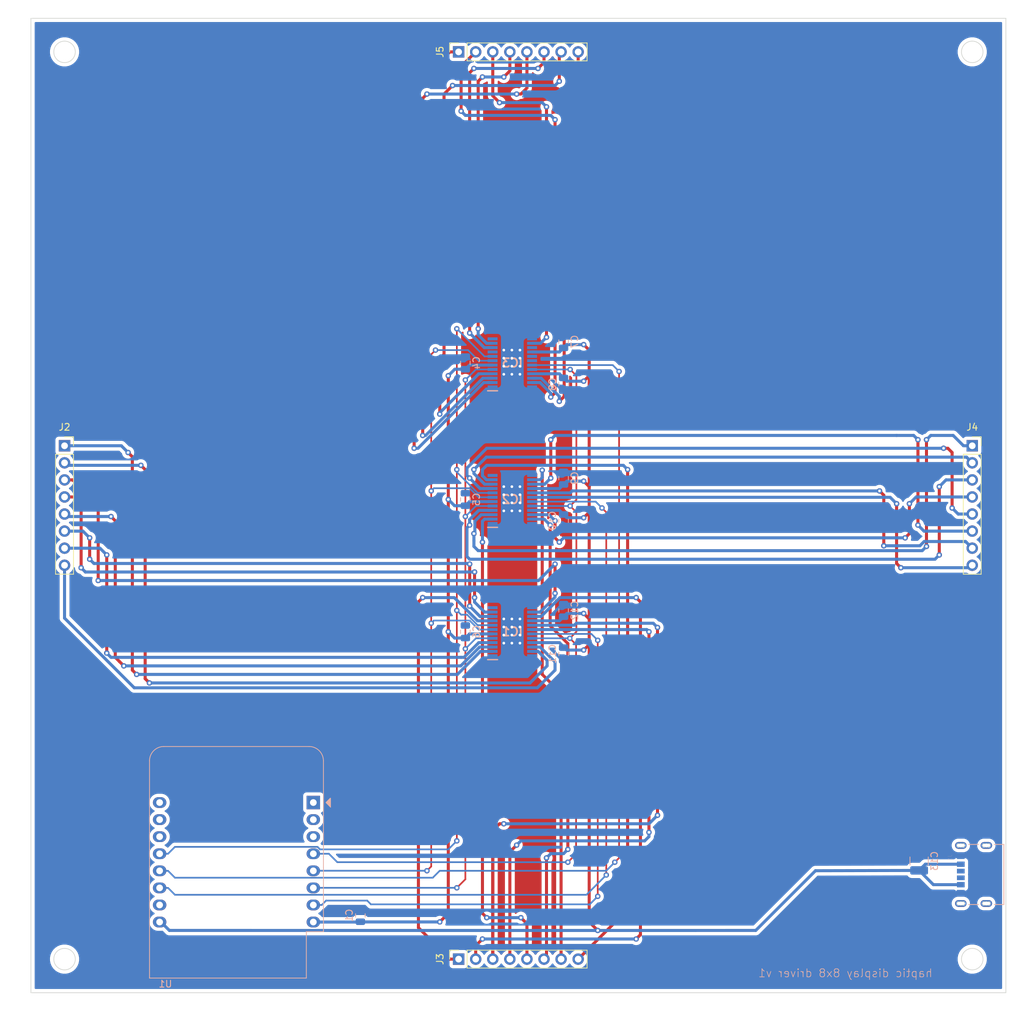
<source format=kicad_pcb>
(kicad_pcb (version 20171130) (host pcbnew "(5.1.5)-3")
  (title_block (rev 1))
  (layers (0 Front signal) (31 Back signal) (34 B.Paste user) (35 F.Paste user) (36 B.SilkS user) (37 F.SilkS user) (38 B.Mask user) (39 F.Mask user) (44 Edge.Cuts user))
  (net 0 "")
  (net 1 +3V3)
  (net 2 GND)
  (net 3 +5V)
  (net 4 /r2_f)
  (net 5 /r8_f)
  (net 6 SCK)
  (net 7 CS1)
  (net 8 /c4_f)
  (net 9 /c3_f)
  (net 10 /c2_f)
  (net 11 /r3_f)
  (net 12 "Net-(IC1-Pad12)")
  (net 13 /r4_f)
  (net 14 /r6_f)
  (net 15 /c1_f)
  (net 16 ENABLE)
  (net 17 MISO)
  (net 18 MOSI)
  (net 19 /r7_f)
  (net 20 /r5_f)
  (net 21 /r1_f)
  (net 22 /c6_f)
  (net 23 /r4_b)
  (net 24 CS2)
  (net 25 /r8_b)
  (net 26 /r7_b)
  (net 27 /r6_b)
  (net 28 /c7_f)
  (net 29 "Net-(IC2-Pad12)")
  (net 30 /c8_f)
  (net 31 /r2_b)
  (net 32 /r5_b)
  (net 33 /r3_b)
  (net 34 /r1_b)
  (net 35 /c5_f)
  (net 36 /c2_b)
  (net 37 /c8_b)
  (net 38 CS3)
  (net 39 "Net-(IC3-Pad18)")
  (net 40 "Net-(IC3-Pad17)")
  (net 41 "Net-(IC3-Pad15)")
  (net 42 /c3_b)
  (net 43 "Net-(IC3-Pad12)")
  (net 44 /c4_b)
  (net 45 /c6_b)
  (net 46 "Net-(IC3-Pad9)")
  (net 47 /c7_b)
  (net 48 /c5_b)
  (net 49 /c1_b)
  (net 50 "Net-(J1-PadA5)")
  (net 51 "Net-(J1-PadB5)")
  (net 52 "Net-(J1-PadS1)")
  (net 53 "Net-(U1-Pad16)")
  (net 54 "Net-(U1-Pad15)")
  (net 55 "Net-(U1-Pad14)")
  (net 56 "Net-(U1-Pad10)")
  (net 57 "Net-(U1-Pad3)")
  (net 58 "Net-(U1-Pad1)")
  (net 59 "Net-(U1-Pad2)")
  (module Module:WEMOS_D1_mini_light (layer Back) (at 72 146.7 180)
    (fp_text reference U1 (at 22 -27) (layer B.SilkS) (effects (justify mirror)))
    (fp_text value WeMos_D1_mini)
    (pad 16 thru_hole oval (at 22.86 0 180) (size 2 1.6) (drill 1) (layers *.Cu *.Mask) (net 53 "Net-(U1-Pad16)"))
    (pad 15 thru_hole oval (at 22.86 -2.54 180) (size 2 1.6) (drill 1) (layers *.Cu *.Mask) (net 54 "Net-(U1-Pad15)"))
    (pad 14 thru_hole oval (at 22.86 -5.08 180) (size 2 1.6) (drill 1) (layers *.Cu *.Mask) (net 55 "Net-(U1-Pad14)"))
    (pad 13 thru_hole oval (at 22.86 -7.62 180) (size 2 1.6) (drill 1) (layers *.Cu *.Mask) (net 16 ENABLE))
    (pad 12 thru_hole oval (at 22.86 -10.16 180) (size 2 1.6) (drill 1) (layers *.Cu *.Mask) (net 38 CS3))
    (pad 11 thru_hole oval (at 22.86 -12.7 180) (size 2 1.6) (drill 1) (layers *.Cu *.Mask) (net 24 CS2))
    (pad 10 thru_hole oval (at 22.86 -15.24 180) (size 2 1.6) (drill 1) (layers *.Cu *.Mask) (net 56 "Net-(U1-Pad10)"))
    (pad 9 thru_hole oval (at 22.86 -17.78 180) (size 2 1.6) (drill 1) (layers *.Cu *.Mask) (net 3 +5V))
    (pad 8 thru_hole oval (at 0 -17.78 180) (size 2 1.6) (drill 1) (layers *.Cu *.Mask) (net 1 +3V3))
    (pad 7 thru_hole oval (at 0 -15.24 180) (size 2 1.6) (drill 1) (layers *.Cu *.Mask) (net 7 CS1))
    (pad 6 thru_hole oval (at 0 -12.7 180) (size 2 1.6) (drill 1) (layers *.Cu *.Mask) (net 18 MOSI))
    (pad 5 thru_hole oval (at 0 -10.16 180) (size 2 1.6) (drill 1) (layers *.Cu *.Mask) (net 17 MISO))
    (pad 4 thru_hole oval (at 0 -7.62 180) (size 2 1.6) (drill 1) (layers *.Cu *.Mask) (net 6 SCK))
    (pad 3 thru_hole oval (at 0 -5.08 180) (size 2 1.6) (drill 1) (layers *.Cu *.Mask) (net 57 "Net-(U1-Pad3)"))
    (pad 1 thru_hole rect (at 0 0 180) (size 2 2) (drill 1) (layers *.Cu *.Mask) (net 58 "Net-(U1-Pad1)"))
    (pad 2 thru_hole oval (at 0 -2.54 180) (size 2 1.6) (drill 1) (layers *.Cu *.Mask) (net 59 "Net-(U1-Pad2)"))
  )
  (module Connector_PinSocket_2.54mm:PinSocket_1x08_P2.54mm_Vertical (layer Front) (at 93.61 35 90)
    (fp_text reference J5 (at 0 -2.77 90) (layer F.SilkS))
    (fp_text value Conn_01x08_Female)
    (pad 8 thru_hole oval (at 0 17.78 90) (size 1.7 1.7) (drill 1) (layers *.Cu *.Mask) (net 37 /c8_b))
    (pad 7 thru_hole oval (at 0 15.24 90) (size 1.7 1.7) (drill 1) (layers *.Cu *.Mask) (net 47 /c7_b))
    (pad 6 thru_hole oval (at 0 12.7 90) (size 1.7 1.7) (drill 1) (layers *.Cu *.Mask) (net 45 /c6_b))
    (pad 5 thru_hole oval (at 0 10.16 90) (size 1.7 1.7) (drill 1) (layers *.Cu *.Mask) (net 48 /c5_b))
    (pad 4 thru_hole oval (at 0 7.62 90) (size 1.7 1.7) (drill 1) (layers *.Cu *.Mask) (net 44 /c4_b))
    (pad 3 thru_hole oval (at 0 5.08 90) (size 1.7 1.7) (drill 1) (layers *.Cu *.Mask) (net 42 /c3_b))
    (pad 2 thru_hole oval (at 0 2.54 90) (size 1.7 1.7) (drill 1) (layers *.Cu *.Mask) (net 36 /c2_b))
    (pad 1 thru_hole rect (at 0 0 90) (size 1.7 1.7) (drill 1) (layers *.Cu *.Mask) (net 49 /c1_b))
  )
  (module Connector_PinSocket_2.54mm:PinSocket_1x08_P2.54mm_Vertical (layer Front) (at 170 93.61)
    (fp_text reference J4 (at 0 -2.77) (layer F.SilkS))
    (fp_text value Conn_01x08_Female)
    (pad 8 thru_hole oval (at 0 17.78) (size 1.7 1.7) (drill 1) (layers *.Cu *.Mask) (net 25 /r8_b))
    (pad 7 thru_hole oval (at 0 15.24) (size 1.7 1.7) (drill 1) (layers *.Cu *.Mask) (net 26 /r7_b))
    (pad 6 thru_hole oval (at 0 12.7) (size 1.7 1.7) (drill 1) (layers *.Cu *.Mask) (net 27 /r6_b))
    (pad 5 thru_hole oval (at 0 10.16) (size 1.7 1.7) (drill 1) (layers *.Cu *.Mask) (net 32 /r5_b))
    (pad 4 thru_hole oval (at 0 7.62) (size 1.7 1.7) (drill 1) (layers *.Cu *.Mask) (net 23 /r4_b))
    (pad 3 thru_hole oval (at 0 5.08) (size 1.7 1.7) (drill 1) (layers *.Cu *.Mask) (net 33 /r3_b))
    (pad 2 thru_hole oval (at 0 2.54) (size 1.7 1.7) (drill 1) (layers *.Cu *.Mask) (net 31 /r2_b))
    (pad 1 thru_hole rect (at 0 0) (size 1.7 1.7) (drill 1) (layers *.Cu *.Mask) (net 34 /r1_b))
  )
  (module Connector_PinSocket_2.54mm:PinSocket_1x08_P2.54mm_Vertical (layer Front) (at 93.61 170 90)
    (fp_text reference J3 (at 0 -2.77 90) (layer F.SilkS))
    (fp_text value Conn_01x08_Female)
    (pad 8 thru_hole oval (at 0 17.78 90) (size 1.7 1.7) (drill 1) (layers *.Cu *.Mask) (net 30 /c8_f))
    (pad 7 thru_hole oval (at 0 15.24 90) (size 1.7 1.7) (drill 1) (layers *.Cu *.Mask) (net 28 /c7_f))
    (pad 6 thru_hole oval (at 0 12.7 90) (size 1.7 1.7) (drill 1) (layers *.Cu *.Mask) (net 22 /c6_f))
    (pad 5 thru_hole oval (at 0 10.16 90) (size 1.7 1.7) (drill 1) (layers *.Cu *.Mask) (net 35 /c5_f))
    (pad 4 thru_hole oval (at 0 7.62 90) (size 1.7 1.7) (drill 1) (layers *.Cu *.Mask) (net 8 /c4_f))
    (pad 3 thru_hole oval (at 0 5.08 90) (size 1.7 1.7) (drill 1) (layers *.Cu *.Mask) (net 9 /c3_f))
    (pad 2 thru_hole oval (at 0 2.54 90) (size 1.7 1.7) (drill 1) (layers *.Cu *.Mask) (net 10 /c2_f))
    (pad 1 thru_hole rect (at 0 0 90) (size 1.7 1.7) (drill 1) (layers *.Cu *.Mask) (net 15 /c1_f))
  )
  (module Connector_PinSocket_2.54mm:PinSocket_1x08_P2.54mm_Vertical (layer Front) (at 35 93.61)
    (fp_text reference J2 (at 0 -2.77) (layer F.SilkS))
    (fp_text value Conn_01x08_Female)
    (pad 8 thru_hole oval (at 0 17.78) (size 1.7 1.7) (drill 1) (layers *.Cu *.Mask) (net 5 /r8_f))
    (pad 7 thru_hole oval (at 0 15.24) (size 1.7 1.7) (drill 1) (layers *.Cu *.Mask) (net 19 /r7_f))
    (pad 6 thru_hole oval (at 0 12.7) (size 1.7 1.7) (drill 1) (layers *.Cu *.Mask) (net 14 /r6_f))
    (pad 5 thru_hole oval (at 0 10.16) (size 1.7 1.7) (drill 1) (layers *.Cu *.Mask) (net 20 /r5_f))
    (pad 4 thru_hole oval (at 0 7.62) (size 1.7 1.7) (drill 1) (layers *.Cu *.Mask) (net 13 /r4_f))
    (pad 3 thru_hole oval (at 0 5.08) (size 1.7 1.7) (drill 1) (layers *.Cu *.Mask) (net 11 /r3_f))
    (pad 2 thru_hole oval (at 0 2.54) (size 1.7 1.7) (drill 1) (layers *.Cu *.Mask) (net 4 /r2_f))
    (pad 1 thru_hole rect (at 0 0) (size 1.7 1.7) (drill 1) (layers *.Cu *.Mask) (net 21 /r1_f))
  )
  (module user-footprints:CUI_UJC-HP-3-SMT-TR (layer Back) (at 168.3 157.4 270)
    (fp_text reference J1 (at -2.468 1.6064 270) (layer B.SilkS) (effects (font (size 0.64 0.64) (thickness 0.015)) (justify mirror)))
    (fp_text value UJC-HP-3-SMT-TR)
    (fp_poly (pts (xy 4.57 -3.8) (xy 4.57 -3.45) (xy 4.569657 -3.436916) (xy 4.56863 -3.423868) (xy 4.566922 -3.410891) (xy 4.564537 -3.398022) (xy 4.561481 -3.385295) (xy 4.557764 -3.372746) (xy 4.553395 -3.360408) (xy 4.548386 -3.348316) (xy 4.542752 -3.336502) (xy 4.536506 -3.325) (xy 4.529668 -3.31384) (xy 4.522254 -3.303054) (xy 4.514286 -3.29267) (xy 4.505786 -3.282717) (xy 4.496777 -3.273223) (xy 4.487283 -3.264214) (xy 4.47733 -3.255714) (xy 4.466946 -3.247746) (xy 4.45616 -3.240332) (xy 4.445 -3.233494) (xy 4.433498 -3.227248) (xy 4.421684 -3.221614) (xy 4.409592 -3.216605) (xy 4.397254 -3.212236) (xy 4.384705 -3.208519) (xy 4.371978 -3.205463) (xy 4.359109 -3.203078) (xy 4.346132 -3.20137) (xy 4.333084 -3.200343) (xy 4.32 -3.2) (xy 4.306916 -3.200343) (xy 4.293868 -3.20137) (xy 4.280891 -3.203078) (xy 4.268022 -3.205463) (xy 4.255295 -3.208519) (xy 4.242746 -3.212236) (xy 4.230408 -3.216605) (xy 4.218316 -3.221614) (xy 4.206502 -3.227248) (xy 4.195 -3.233494) (xy 4.18384 -3.240332) (xy 4.173054 -3.247746) (xy 4.16267 -3.255714) (xy 4.152717 -3.264214) (xy 4.143223 -3.273223) (xy 4.134214 -3.282717) (xy 4.125714 -3.29267) (xy 4.117746 -3.303054) (xy 4.110332 -3.31384) (xy 4.103494 -3.325) (xy 4.097248 -3.336502) (xy 4.091614 -3.348316) (xy 4.086605 -3.360408) (xy 4.082236 -3.372746) (xy 4.078519 -3.385295) (xy 4.075463 -3.398022) (xy 4.073078 -3.410891) (xy 4.07137 -3.423868) (xy 4.070343 -3.436916) (xy 4.07 -3.45) (xy 4.07 -4.15) (xy 4.070343 -4.163084) (xy 4.07137 -4.176132) (xy 4.073078 -4.189109) (xy 4.075463 -4.201978) (xy 4.078519 -4.214705) (xy 4.082236 -4.227254) (xy 4.086605 -4.239592) (xy 4.091614 -4.251684) (xy 4.097248 -4.263498) (xy 4.103494 -4.275) (xy 4.110332 -4.28616) (xy 4.117746 -4.296946) (xy 4.125714 -4.30733) (xy 4.134214 -4.317283) (xy 4.143223 -4.326777) (xy 4.152717 -4.335786) (xy 4.16267 -4.344286) (xy 4.173054 -4.352254) (xy 4.18384 -4.359668) (xy 4.195 -4.366506) (xy 4.206502 -4.372752) (xy 4.218316 -4.378386) (xy 4.230408 -4.383395) (xy 4.242746 -4.387764) (xy 4.255295 -4.391481) (xy 4.268022 -4.394537) (xy 4.280891 -4.396922) (xy 4.293868 -4.39863) (xy 4.306916 -4.399657) (xy 4.32 -4.4) (xy 4.333084 -4.399657) (xy 4.346132 -4.39863) (xy 4.359109 -4.396922) (xy 4.371978 -4.394537) (xy 4.384705 -4.391481) (xy 4.397254 -4.387764) (xy 4.409592 -4.383395) (xy 4.421684 -4.378386) (xy 4.433498 -4.372752) (xy 4.445 -4.366506) (xy 4.45616 -4.359668) (xy 4.466946 -4.352254) (xy 4.47733 -4.344286) (xy 4.487283 -4.335786) (xy 4.496777 -4.326777) (xy 4.505786 -4.317283) (xy 4.514286 -4.30733) (xy 4.522254 -4.296946) (xy 4.529668 -4.28616) (xy 4.536506 -4.275) (xy 4.542752 -4.263498) (xy 4.548386 -4.251684) (xy 4.553395 -4.239592) (xy 4.557764 -4.227254) (xy 4.561481 -4.214705) (xy 4.564537 -4.201978) (xy 4.566922 -4.189109) (xy 4.56863 -4.176132) (xy 4.569657 -4.163084) (xy 4.57 -4.15) (xy 4.57 -3.81) (xy 4.82 -3.81) (xy 4.82 -4.15) (xy 4.819315 -4.176168) (xy 4.817261 -4.202264) (xy 4.813844 -4.228217) (xy 4.809074 -4.253956) (xy 4.802963 -4.27941) (xy 4.795528 -4.304508) (xy 4.78679 -4.329184) (xy 4.776773 -4.353368) (xy 4.765503 -4.376995) (xy 4.753013 -4.4) (xy 4.739335 -4.42232) (xy 4.724508 -4.443893) (xy 4.708573 -4.46466) (xy 4.691572 -4.484565) (xy 4.673553 -4.503553) (xy 4.654565 -4.521572) (xy 4.63466 -4.538573) (xy 4.613893 -4.554508) (xy 4.59232 -4.569335) (xy 4.57 -4.583013) (xy 4.546995 -4.595503) (xy 4.523368 -4.606773) (xy 4.499184 -4.61679) (xy 4.474508 -4.625528) (xy 4.44941 -4.632963) (xy 4.423956 -4.639074) (xy 4.398217 -4.643844) (xy 4.372264 -4.647261) (xy 4.346168 -4.649315) (xy 4.32 -4.65) (xy 4.293832 -4.649315) (xy 4.267736 -4.647261) (xy 4.241783 -4.643844) (xy 4.216044 -4.639074) (xy 4.19059 -4.632963) (xy 4.165492 -4.625528) (xy 4.140816 -4.61679) (xy 4.116632 -4.606773) (xy 4.093005 -4.595503) (xy 4.07 -4.583013) (xy 4.04768 -4.569335) (xy 4.026107 -4.554508) (xy 4.00534 -4.538573) (xy 3.985435 -4.521572) (xy 3.966447 -4.503553) (xy 3.948428 -4.484565) (xy 3.931427 -4.46466) (xy 3.915492 -4.443893) (xy 3.900665 -4.42232) (xy 3.886987 -4.4) (xy 3.874497 -4.376995) (xy 3.863227 -4.353368) (xy 3.85321 -4.329184) (xy 3.844472 -4.304508) (xy 3.837037 -4.27941) (xy 3.830926 -4.253956) (xy 3.826156 -4.228217) (xy 3.822739 -4.202264) (xy 3.820685 -4.176168) (xy 3.82 -4.15) (xy 3.82 -3.45) (xy 3.820685 -3.423832) (xy 3.822739 -3.397736) (xy 3.826156 -3.371783) (xy 3.830926 -3.346044) (xy 3.837037 -3.32059) (xy 3.844472 -3.295492) (xy 3.85321 -3.270816) (xy 3.863227 -3.246632) (xy 3.874497 -3.223005) (xy 3.886987 -3.2) (xy 3.900665 -3.17768) (xy 3.915492 -3.156107) (xy 3.931427 -3.13534) (xy 3.948428 -3.115435) (xy 3.966447 -3.096447) (xy 3.985435 -3.078428) (xy 4.00534 -3.061427) (xy 4.026107 -3.045492) (xy 4.04768 -3.030665) (xy 4.07 -3.016987) (xy 4.093005 -3.004497) (xy 4.116632 -2.993227) (xy 4.140816 -2.98321) (xy 4.165492 -2.974472) (xy 4.19059 -2.967037) (xy 4.216044 -2.960926) (xy 4.241783 -2.956156) (xy 4.267736 -2.952739) (xy 4.293832 -2.950685) (xy 4.32 -2.95) (xy 4.346168 -2.950685) (xy 4.372264 -2.952739) (xy 4.398217 -2.956156) (xy 4.423956 -2.960926) (xy 4.44941 -2.967037) (xy 4.474508 -2.974472) (xy 4.499184 -2.98321) (xy 4.523368 -2.993227) (xy 4.546995 -3.004497) (xy 4.57 -3.016987) (xy 4.59232 -3.030665) (xy 4.613893 -3.045492) (xy 4.63466 -3.061427) (xy 4.654565 -3.078428) (xy 4.673553 -3.096447) (xy 4.691572 -3.115435) (xy 4.708573 -3.13534) (xy 4.724508 -3.156107) (xy 4.739335 -3.17768) (xy 4.753013 -3.2) (xy 4.765503 -3.223005) (xy 4.776773 -3.246632) (xy 4.78679 -3.270816) (xy 4.795528 -3.295492) (xy 4.802963 -3.32059) (xy 4.809074 -3.346044) (xy 4.813844 -3.371783) (xy 4.817261 -3.397736) (xy 4.819315 -3.423832) (xy 4.82 -3.45) (xy 4.82 -3.8) (xy 4.57 -3.8)) (layer Front) (width 0.01))
    (fp_poly (pts (xy 4.57 -3.8) (xy 4.57 -3.45) (xy 4.569657 -3.436916) (xy 4.56863 -3.423868) (xy 4.566922 -3.410891) (xy 4.564537 -3.398022) (xy 4.561481 -3.385295) (xy 4.557764 -3.372746) (xy 4.553395 -3.360408) (xy 4.548386 -3.348316) (xy 4.542752 -3.336502) (xy 4.536506 -3.325) (xy 4.529668 -3.31384) (xy 4.522254 -3.303054) (xy 4.514286 -3.29267) (xy 4.505786 -3.282717) (xy 4.496777 -3.273223) (xy 4.487283 -3.264214) (xy 4.47733 -3.255714) (xy 4.466946 -3.247746) (xy 4.45616 -3.240332) (xy 4.445 -3.233494) (xy 4.433498 -3.227248) (xy 4.421684 -3.221614) (xy 4.409592 -3.216605) (xy 4.397254 -3.212236) (xy 4.384705 -3.208519) (xy 4.371978 -3.205463) (xy 4.359109 -3.203078) (xy 4.346132 -3.20137) (xy 4.333084 -3.200343) (xy 4.32 -3.2) (xy 4.306916 -3.200343) (xy 4.293868 -3.20137) (xy 4.280891 -3.203078) (xy 4.268022 -3.205463) (xy 4.255295 -3.208519) (xy 4.242746 -3.212236) (xy 4.230408 -3.216605) (xy 4.218316 -3.221614) (xy 4.206502 -3.227248) (xy 4.195 -3.233494) (xy 4.18384 -3.240332) (xy 4.173054 -3.247746) (xy 4.16267 -3.255714) (xy 4.152717 -3.264214) (xy 4.143223 -3.273223) (xy 4.134214 -3.282717) (xy 4.125714 -3.29267) (xy 4.117746 -3.303054) (xy 4.110332 -3.31384) (xy 4.103494 -3.325) (xy 4.097248 -3.336502) (xy 4.091614 -3.348316) (xy 4.086605 -3.360408) (xy 4.082236 -3.372746) (xy 4.078519 -3.385295) (xy 4.075463 -3.398022) (xy 4.073078 -3.410891) (xy 4.07137 -3.423868) (xy 4.070343 -3.436916) (xy 4.07 -3.45) (xy 4.07 -4.15) (xy 4.070343 -4.163084) (xy 4.07137 -4.176132) (xy 4.073078 -4.189109) (xy 4.075463 -4.201978) (xy 4.078519 -4.214705) (xy 4.082236 -4.227254) (xy 4.086605 -4.239592) (xy 4.091614 -4.251684) (xy 4.097248 -4.263498) (xy 4.103494 -4.275) (xy 4.110332 -4.28616) (xy 4.117746 -4.296946) (xy 4.125714 -4.30733) (xy 4.134214 -4.317283) (xy 4.143223 -4.326777) (xy 4.152717 -4.335786) (xy 4.16267 -4.344286) (xy 4.173054 -4.352254) (xy 4.18384 -4.359668) (xy 4.195 -4.366506) (xy 4.206502 -4.372752) (xy 4.218316 -4.378386) (xy 4.230408 -4.383395) (xy 4.242746 -4.387764) (xy 4.255295 -4.391481) (xy 4.268022 -4.394537) (xy 4.280891 -4.396922) (xy 4.293868 -4.39863) (xy 4.306916 -4.399657) (xy 4.32 -4.4) (xy 4.333084 -4.399657) (xy 4.346132 -4.39863) (xy 4.359109 -4.396922) (xy 4.371978 -4.394537) (xy 4.384705 -4.391481) (xy 4.397254 -4.387764) (xy 4.409592 -4.383395) (xy 4.421684 -4.378386) (xy 4.433498 -4.372752) (xy 4.445 -4.366506) (xy 4.45616 -4.359668) (xy 4.466946 -4.352254) (xy 4.47733 -4.344286) (xy 4.487283 -4.335786) (xy 4.496777 -4.326777) (xy 4.505786 -4.317283) (xy 4.514286 -4.30733) (xy 4.522254 -4.296946) (xy 4.529668 -4.28616) (xy 4.536506 -4.275) (xy 4.542752 -4.263498) (xy 4.548386 -4.251684) (xy 4.553395 -4.239592) (xy 4.557764 -4.227254) (xy 4.561481 -4.214705) (xy 4.564537 -4.201978) (xy 4.566922 -4.189109) (xy 4.56863 -4.176132) (xy 4.569657 -4.163084) (xy 4.57 -4.15) (xy 4.57 -3.81) (xy 4.82 -3.81) (xy 4.82 -4.15) (xy 4.819315 -4.176168) (xy 4.817261 -4.202264) (xy 4.813844 -4.228217) (xy 4.809074 -4.253956) (xy 4.802963 -4.27941) (xy 4.795528 -4.304508) (xy 4.78679 -4.329184) (xy 4.776773 -4.353368) (xy 4.765503 -4.376995) (xy 4.753013 -4.4) (xy 4.739335 -4.42232) (xy 4.724508 -4.443893) (xy 4.708573 -4.46466) (xy 4.691572 -4.484565) (xy 4.673553 -4.503553) (xy 4.654565 -4.521572) (xy 4.63466 -4.538573) (xy 4.613893 -4.554508) (xy 4.59232 -4.569335) (xy 4.57 -4.583013) (xy 4.546995 -4.595503) (xy 4.523368 -4.606773) (xy 4.499184 -4.61679) (xy 4.474508 -4.625528) (xy 4.44941 -4.632963) (xy 4.423956 -4.639074) (xy 4.398217 -4.643844) (xy 4.372264 -4.647261) (xy 4.346168 -4.649315) (xy 4.32 -4.65) (xy 4.293832 -4.649315) (xy 4.267736 -4.647261) (xy 4.241783 -4.643844) (xy 4.216044 -4.639074) (xy 4.19059 -4.632963) (xy 4.165492 -4.625528) (xy 4.140816 -4.61679) (xy 4.116632 -4.606773) (xy 4.093005 -4.595503) (xy 4.07 -4.583013) (xy 4.04768 -4.569335) (xy 4.026107 -4.554508) (xy 4.00534 -4.538573) (xy 3.985435 -4.521572) (xy 3.966447 -4.503553) (xy 3.948428 -4.484565) (xy 3.931427 -4.46466) (xy 3.915492 -4.443893) (xy 3.900665 -4.42232) (xy 3.886987 -4.4) (xy 3.874497 -4.376995) (xy 3.863227 -4.353368) (xy 3.85321 -4.329184) (xy 3.844472 -4.304508) (xy 3.837037 -4.27941) (xy 3.830926 -4.253956) (xy 3.826156 -4.228217) (xy 3.822739 -4.202264) (xy 3.820685 -4.176168) (xy 3.82 -4.15) (xy 3.82 -3.45) (xy 3.820685 -3.423832) (xy 3.822739 -3.397736) (xy 3.826156 -3.371783) (xy 3.830926 -3.346044) (xy 3.837037 -3.32059) (xy 3.844472 -3.295492) (xy 3.85321 -3.270816) (xy 3.863227 -3.246632) (xy 3.874497 -3.223005) (xy 3.886987 -3.2) (xy 3.900665 -3.17768) (xy 3.915492 -3.156107) (xy 3.931427 -3.13534) (xy 3.948428 -3.115435) (xy 3.966447 -3.096447) (xy 3.985435 -3.078428) (xy 4.00534 -3.061427) (xy 4.026107 -3.045492) (xy 4.04768 -3.030665) (xy 4.07 -3.016987) (xy 4.093005 -3.004497) (xy 4.116632 -2.993227) (xy 4.140816 -2.98321) (xy 4.165492 -2.974472) (xy 4.19059 -2.967037) (xy 4.216044 -2.960926) (xy 4.241783 -2.956156) (xy 4.267736 -2.952739) (xy 4.293832 -2.950685) (xy 4.32 -2.95) (xy 4.346168 -2.950685) (xy 4.372264 -2.952739) (xy 4.398217 -2.956156) (xy 4.423956 -2.960926) (xy 4.44941 -2.967037) (xy 4.474508 -2.974472) (xy 4.499184 -2.98321) (xy 4.523368 -2.993227) (xy 4.546995 -3.004497) (xy 4.57 -3.016987) (xy 4.59232 -3.030665) (xy 4.613893 -3.045492) (xy 4.63466 -3.061427) (xy 4.654565 -3.078428) (xy 4.673553 -3.096447) (xy 4.691572 -3.115435) (xy 4.708573 -3.13534) (xy 4.724508 -3.156107) (xy 4.739335 -3.17768) (xy 4.753013 -3.2) (xy 4.765503 -3.223005) (xy 4.776773 -3.246632) (xy 4.78679 -3.270816) (xy 4.795528 -3.295492) (xy 4.802963 -3.32059) (xy 4.809074 -3.346044) (xy 4.813844 -3.371783) (xy 4.817261 -3.397736) (xy 4.819315 -3.423832) (xy 4.82 -3.45) (xy 4.82 -3.8) (xy 4.57 -3.8)) (layer Back) (width 0.01))
    (fp_arc (start 4.32 -3.45) (end 4.07 -3.45) (angle -90) (layer Edge.Cuts) (width 0.1))
    (fp_arc (start 4.32 -3.45) (end 4.32 -3.2) (angle -90) (layer Edge.Cuts) (width 0.1))
    (fp_line (start 4.57 -4.15) (end 4.57 -3.45) (layer Edge.Cuts) (width 0.1))
    (fp_arc (start 4.32 -4.15) (end 4.57 -4.15) (angle -90) (layer Edge.Cuts) (width 0.1))
    (fp_arc (start 4.32 -4.15) (end 4.32 -4.4) (angle -90) (layer Edge.Cuts) (width 0.1))
    (fp_line (start 4.07 -3.45) (end 4.07 -4.15) (layer Edge.Cuts) (width 0.1))
    (fp_poly (pts (xy -4.07 -3.8) (xy -4.07 -3.45) (xy -4.070343 -3.436916) (xy -4.07137 -3.423868) (xy -4.073078 -3.410891) (xy -4.075463 -3.398022) (xy -4.078519 -3.385295) (xy -4.082236 -3.372746) (xy -4.086605 -3.360408) (xy -4.091614 -3.348316) (xy -4.097248 -3.336502) (xy -4.103494 -3.325) (xy -4.110332 -3.31384) (xy -4.117746 -3.303054) (xy -4.125714 -3.29267) (xy -4.134214 -3.282717) (xy -4.143223 -3.273223) (xy -4.152717 -3.264214) (xy -4.16267 -3.255714) (xy -4.173054 -3.247746) (xy -4.18384 -3.240332) (xy -4.195 -3.233494) (xy -4.206502 -3.227248) (xy -4.218316 -3.221614) (xy -4.230408 -3.216605) (xy -4.242746 -3.212236) (xy -4.255295 -3.208519) (xy -4.268022 -3.205463) (xy -4.280891 -3.203078) (xy -4.293868 -3.20137) (xy -4.306916 -3.200343) (xy -4.32 -3.2) (xy -4.333084 -3.200343) (xy -4.346132 -3.20137) (xy -4.359109 -3.203078) (xy -4.371978 -3.205463) (xy -4.384705 -3.208519) (xy -4.397254 -3.212236) (xy -4.409592 -3.216605) (xy -4.421684 -3.221614) (xy -4.433498 -3.227248) (xy -4.445 -3.233494) (xy -4.45616 -3.240332) (xy -4.466946 -3.247746) (xy -4.47733 -3.255714) (xy -4.487283 -3.264214) (xy -4.496777 -3.273223) (xy -4.505786 -3.282717) (xy -4.514286 -3.29267) (xy -4.522254 -3.303054) (xy -4.529668 -3.31384) (xy -4.536506 -3.325) (xy -4.542752 -3.336502) (xy -4.548386 -3.348316) (xy -4.553395 -3.360408) (xy -4.557764 -3.372746) (xy -4.561481 -3.385295) (xy -4.564537 -3.398022) (xy -4.566922 -3.410891) (xy -4.56863 -3.423868) (xy -4.569657 -3.436916) (xy -4.57 -3.45) (xy -4.57 -4.15) (xy -4.569657 -4.163084) (xy -4.56863 -4.176132) (xy -4.566922 -4.189109) (xy -4.564537 -4.201978) (xy -4.561481 -4.214705) (xy -4.557764 -4.227254) (xy -4.553395 -4.239592) (xy -4.548386 -4.251684) (xy -4.542752 -4.263498) (xy -4.536506 -4.275) (xy -4.529668 -4.28616) (xy -4.522254 -4.296946) (xy -4.514286 -4.30733) (xy -4.505786 -4.317283) (xy -4.496777 -4.326777) (xy -4.487283 -4.335786) (xy -4.47733 -4.344286) (xy -4.466946 -4.352254) (xy -4.45616 -4.359668) (xy -4.445 -4.366506) (xy -4.433498 -4.372752) (xy -4.421684 -4.378386) (xy -4.409592 -4.383395) (xy -4.397254 -4.387764) (xy -4.384705 -4.391481) (xy -4.371978 -4.394537) (xy -4.359109 -4.396922) (xy -4.346132 -4.39863) (xy -4.333084 -4.399657) (xy -4.32 -4.4) (xy -4.306916 -4.399657) (xy -4.293868 -4.39863) (xy -4.280891 -4.396922) (xy -4.268022 -4.394537) (xy -4.255295 -4.391481) (xy -4.242746 -4.387764) (xy -4.230408 -4.383395) (xy -4.218316 -4.378386) (xy -4.206502 -4.372752) (xy -4.195 -4.366506) (xy -4.18384 -4.359668) (xy -4.173054 -4.352254) (xy -4.16267 -4.344286) (xy -4.152717 -4.335786) (xy -4.143223 -4.326777) (xy -4.134214 -4.317283) (xy -4.125714 -4.30733) (xy -4.117746 -4.296946) (xy -4.110332 -4.28616) (xy -4.103494 -4.275) (xy -4.097248 -4.263498) (xy -4.091614 -4.251684) (xy -4.086605 -4.239592) (xy -4.082236 -4.227254) (xy -4.078519 -4.214705) (xy -4.075463 -4.201978) (xy -4.073078 -4.189109) (xy -4.07137 -4.176132) (xy -4.070343 -4.163084) (xy -4.07 -4.15) (xy -4.07 -3.81) (xy -3.82 -3.81) (xy -3.82 -4.15) (xy -3.820685 -4.176168) (xy -3.822739 -4.202264) (xy -3.826156 -4.228217) (xy -3.830926 -4.253956) (xy -3.837037 -4.27941) (xy -3.844472 -4.304508) (xy -3.85321 -4.329184) (xy -3.863227 -4.353368) (xy -3.874497 -4.376995) (xy -3.886987 -4.4) (xy -3.900665 -4.42232) (xy -3.915492 -4.443893) (xy -3.931427 -4.46466) (xy -3.948428 -4.484565) (xy -3.966447 -4.503553) (xy -3.985435 -4.521572) (xy -4.00534 -4.538573) (xy -4.026107 -4.554508) (xy -4.04768 -4.569335) (xy -4.07 -4.583013) (xy -4.093005 -4.595503) (xy -4.116632 -4.606773) (xy -4.140816 -4.61679) (xy -4.165492 -4.625528) (xy -4.19059 -4.632963) (xy -4.216044 -4.639074) (xy -4.241783 -4.643844) (xy -4.267736 -4.647261) (xy -4.293832 -4.649315) (xy -4.32 -4.65) (xy -4.346168 -4.649315) (xy -4.372264 -4.647261) (xy -4.398217 -4.643844) (xy -4.423956 -4.639074) (xy -4.44941 -4.632963) (xy -4.474508 -4.625528) (xy -4.499184 -4.61679) (xy -4.523368 -4.606773) (xy -4.546995 -4.595503) (xy -4.57 -4.583013) (xy -4.59232 -4.569335) (xy -4.613893 -4.554508) (xy -4.63466 -4.538573) (xy -4.654565 -4.521572) (xy -4.673553 -4.503553) (xy -4.691572 -4.484565) (xy -4.708573 -4.46466) (xy -4.724508 -4.443893) (xy -4.739335 -4.42232) (xy -4.753013 -4.4) (xy -4.765503 -4.376995) (xy -4.776773 -4.353368) (xy -4.78679 -4.329184) (xy -4.795528 -4.304508) (xy -4.802963 -4.27941) (xy -4.809074 -4.253956) (xy -4.813844 -4.228217) (xy -4.817261 -4.202264) (xy -4.819315 -4.176168) (xy -4.82 -4.15) (xy -4.82 -3.45) (xy -4.819315 -3.423832) (xy -4.817261 -3.397736) (xy -4.813844 -3.371783) (xy -4.809074 -3.346044) (xy -4.802963 -3.32059) (xy -4.795528 -3.295492) (xy -4.78679 -3.270816) (xy -4.776773 -3.246632) (xy -4.765503 -3.223005) (xy -4.753013 -3.2) (xy -4.739335 -3.17768) (xy -4.724508 -3.156107) (xy -4.708573 -3.13534) (xy -4.691572 -3.115435) (xy -4.673553 -3.096447) (xy -4.654565 -3.078428) (xy -4.63466 -3.061427) (xy -4.613893 -3.045492) (xy -4.59232 -3.030665) (xy -4.57 -3.016987) (xy -4.546995 -3.004497) (xy -4.523368 -2.993227) (xy -4.499184 -2.98321) (xy -4.474508 -2.974472) (xy -4.44941 -2.967037) (xy -4.423956 -2.960926) (xy -4.398217 -2.956156) (xy -4.372264 -2.952739) (xy -4.346168 -2.950685) (xy -4.32 -2.95) (xy -4.293832 -2.950685) (xy -4.267736 -2.952739) (xy -4.241783 -2.956156) (xy -4.216044 -2.960926) (xy -4.19059 -2.967037) (xy -4.165492 -2.974472) (xy -4.140816 -2.98321) (xy -4.116632 -2.993227) (xy -4.093005 -3.004497) (xy -4.07 -3.016987) (xy -4.04768 -3.030665) (xy -4.026107 -3.045492) (xy -4.00534 -3.061427) (xy -3.985435 -3.078428) (xy -3.966447 -3.096447) (xy -3.948428 -3.115435) (xy -3.931427 -3.13534) (xy -3.915492 -3.156107) (xy -3.900665 -3.17768) (xy -3.886987 -3.2) (xy -3.874497 -3.223005) (xy -3.863227 -3.246632) (xy -3.85321 -3.270816) (xy -3.844472 -3.295492) (xy -3.837037 -3.32059) (xy -3.830926 -3.346044) (xy -3.826156 -3.371783) (xy -3.822739 -3.397736) (xy -3.820685 -3.423832) (xy -3.82 -3.45) (xy -3.82 -3.8) (xy -4.07 -3.8)) (layer Front) (width 0.01))
    (fp_poly (pts (xy -4.07 -3.8) (xy -4.07 -3.45) (xy -4.070343 -3.436916) (xy -4.07137 -3.423868) (xy -4.073078 -3.410891) (xy -4.075463 -3.398022) (xy -4.078519 -3.385295) (xy -4.082236 -3.372746) (xy -4.086605 -3.360408) (xy -4.091614 -3.348316) (xy -4.097248 -3.336502) (xy -4.103494 -3.325) (xy -4.110332 -3.31384) (xy -4.117746 -3.303054) (xy -4.125714 -3.29267) (xy -4.134214 -3.282717) (xy -4.143223 -3.273223) (xy -4.152717 -3.264214) (xy -4.16267 -3.255714) (xy -4.173054 -3.247746) (xy -4.18384 -3.240332) (xy -4.195 -3.233494) (xy -4.206502 -3.227248) (xy -4.218316 -3.221614) (xy -4.230408 -3.216605) (xy -4.242746 -3.212236) (xy -4.255295 -3.208519) (xy -4.268022 -3.205463) (xy -4.280891 -3.203078) (xy -4.293868 -3.20137) (xy -4.306916 -3.200343) (xy -4.32 -3.2) (xy -4.333084 -3.200343) (xy -4.346132 -3.20137) (xy -4.359109 -3.203078) (xy -4.371978 -3.205463) (xy -4.384705 -3.208519) (xy -4.397254 -3.212236) (xy -4.409592 -3.216605) (xy -4.421684 -3.221614) (xy -4.433498 -3.227248) (xy -4.445 -3.233494) (xy -4.45616 -3.240332) (xy -4.466946 -3.247746) (xy -4.47733 -3.255714) (xy -4.487283 -3.264214) (xy -4.496777 -3.273223) (xy -4.505786 -3.282717) (xy -4.514286 -3.29267) (xy -4.522254 -3.303054) (xy -4.529668 -3.31384) (xy -4.536506 -3.325) (xy -4.542752 -3.336502) (xy -4.548386 -3.348316) (xy -4.553395 -3.360408) (xy -4.557764 -3.372746) (xy -4.561481 -3.385295) (xy -4.564537 -3.398022) (xy -4.566922 -3.410891) (xy -4.56863 -3.423868) (xy -4.569657 -3.436916) (xy -4.57 -3.45) (xy -4.57 -4.15) (xy -4.569657 -4.163084) (xy -4.56863 -4.176132) (xy -4.566922 -4.189109) (xy -4.564537 -4.201978) (xy -4.561481 -4.214705) (xy -4.557764 -4.227254) (xy -4.553395 -4.239592) (xy -4.548386 -4.251684) (xy -4.542752 -4.263498) (xy -4.536506 -4.275) (xy -4.529668 -4.28616) (xy -4.522254 -4.296946) (xy -4.514286 -4.30733) (xy -4.505786 -4.317283) (xy -4.496777 -4.326777) (xy -4.487283 -4.335786) (xy -4.47733 -4.344286) (xy -4.466946 -4.352254) (xy -4.45616 -4.359668) (xy -4.445 -4.366506) (xy -4.433498 -4.372752) (xy -4.421684 -4.378386) (xy -4.409592 -4.383395) (xy -4.397254 -4.387764) (xy -4.384705 -4.391481) (xy -4.371978 -4.394537) (xy -4.359109 -4.396922) (xy -4.346132 -4.39863) (xy -4.333084 -4.399657) (xy -4.32 -4.4) (xy -4.306916 -4.399657) (xy -4.293868 -4.39863) (xy -4.280891 -4.396922) (xy -4.268022 -4.394537) (xy -4.255295 -4.391481) (xy -4.242746 -4.387764) (xy -4.230408 -4.383395) (xy -4.218316 -4.378386) (xy -4.206502 -4.372752) (xy -4.195 -4.366506) (xy -4.18384 -4.359668) (xy -4.173054 -4.352254) (xy -4.16267 -4.344286) (xy -4.152717 -4.335786) (xy -4.143223 -4.326777) (xy -4.134214 -4.317283) (xy -4.125714 -4.30733) (xy -4.117746 -4.296946) (xy -4.110332 -4.28616) (xy -4.103494 -4.275) (xy -4.097248 -4.263498) (xy -4.091614 -4.251684) (xy -4.086605 -4.239592) (xy -4.082236 -4.227254) (xy -4.078519 -4.214705) (xy -4.075463 -4.201978) (xy -4.073078 -4.189109) (xy -4.07137 -4.176132) (xy -4.070343 -4.163084) (xy -4.07 -4.15) (xy -4.07 -3.81) (xy -3.82 -3.81) (xy -3.82 -4.15) (xy -3.820685 -4.176168) (xy -3.822739 -4.202264) (xy -3.826156 -4.228217) (xy -3.830926 -4.253956) (xy -3.837037 -4.27941) (xy -3.844472 -4.304508) (xy -3.85321 -4.329184) (xy -3.863227 -4.353368) (xy -3.874497 -4.376995) (xy -3.886987 -4.4) (xy -3.900665 -4.42232) (xy -3.915492 -4.443893) (xy -3.931427 -4.46466) (xy -3.948428 -4.484565) (xy -3.966447 -4.503553) (xy -3.985435 -4.521572) (xy -4.00534 -4.538573) (xy -4.026107 -4.554508) (xy -4.04768 -4.569335) (xy -4.07 -4.583013) (xy -4.093005 -4.595503) (xy -4.116632 -4.606773) (xy -4.140816 -4.61679) (xy -4.165492 -4.625528) (xy -4.19059 -4.632963) (xy -4.216044 -4.639074) (xy -4.241783 -4.643844) (xy -4.267736 -4.647261) (xy -4.293832 -4.649315) (xy -4.32 -4.65) (xy -4.346168 -4.649315) (xy -4.372264 -4.647261) (xy -4.398217 -4.643844) (xy -4.423956 -4.639074) (xy -4.44941 -4.632963) (xy -4.474508 -4.625528) (xy -4.499184 -4.61679) (xy -4.523368 -4.606773) (xy -4.546995 -4.595503) (xy -4.57 -4.583013) (xy -4.59232 -4.569335) (xy -4.613893 -4.554508) (xy -4.63466 -4.538573) (xy -4.654565 -4.521572) (xy -4.673553 -4.503553) (xy -4.691572 -4.484565) (xy -4.708573 -4.46466) (xy -4.724508 -4.443893) (xy -4.739335 -4.42232) (xy -4.753013 -4.4) (xy -4.765503 -4.376995) (xy -4.776773 -4.353368) (xy -4.78679 -4.329184) (xy -4.795528 -4.304508) (xy -4.802963 -4.27941) (xy -4.809074 -4.253956) (xy -4.813844 -4.228217) (xy -4.817261 -4.202264) (xy -4.819315 -4.176168) (xy -4.82 -4.15) (xy -4.82 -3.45) (xy -4.819315 -3.423832) (xy -4.817261 -3.397736) (xy -4.813844 -3.371783) (xy -4.809074 -3.346044) (xy -4.802963 -3.32059) (xy -4.795528 -3.295492) (xy -4.78679 -3.270816) (xy -4.776773 -3.246632) (xy -4.765503 -3.223005) (xy -4.753013 -3.2) (xy -4.739335 -3.17768) (xy -4.724508 -3.156107) (xy -4.708573 -3.13534) (xy -4.691572 -3.115435) (xy -4.673553 -3.096447) (xy -4.654565 -3.078428) (xy -4.63466 -3.061427) (xy -4.613893 -3.045492) (xy -4.59232 -3.030665) (xy -4.57 -3.016987) (xy -4.546995 -3.004497) (xy -4.523368 -2.993227) (xy -4.499184 -2.98321) (xy -4.474508 -2.974472) (xy -4.44941 -2.967037) (xy -4.423956 -2.960926) (xy -4.398217 -2.956156) (xy -4.372264 -2.952739) (xy -4.346168 -2.950685) (xy -4.32 -2.95) (xy -4.293832 -2.950685) (xy -4.267736 -2.952739) (xy -4.241783 -2.956156) (xy -4.216044 -2.960926) (xy -4.19059 -2.967037) (xy -4.165492 -2.974472) (xy -4.140816 -2.98321) (xy -4.116632 -2.993227) (xy -4.093005 -3.004497) (xy -4.07 -3.016987) (xy -4.04768 -3.030665) (xy -4.026107 -3.045492) (xy -4.00534 -3.061427) (xy -3.985435 -3.078428) (xy -3.966447 -3.096447) (xy -3.948428 -3.115435) (xy -3.931427 -3.13534) (xy -3.915492 -3.156107) (xy -3.900665 -3.17768) (xy -3.886987 -3.2) (xy -3.874497 -3.223005) (xy -3.863227 -3.246632) (xy -3.85321 -3.270816) (xy -3.844472 -3.295492) (xy -3.837037 -3.32059) (xy -3.830926 -3.346044) (xy -3.826156 -3.371783) (xy -3.822739 -3.397736) (xy -3.820685 -3.423832) (xy -3.82 -3.45) (xy -3.82 -3.8) (xy -4.07 -3.8)) (layer Back) (width 0.01))
    (fp_arc (start -4.32 -3.45) (end -4.57 -3.45) (angle -90) (layer Edge.Cuts) (width 0.1))
    (fp_arc (start -4.32 -3.45) (end -4.32 -3.2) (angle -90) (layer Edge.Cuts) (width 0.1))
    (fp_line (start -4.07 -4.15) (end -4.07 -3.45) (layer Edge.Cuts) (width 0.1))
    (fp_arc (start -4.32 -4.15) (end -4.07 -4.15) (angle -90) (layer Edge.Cuts) (width 0.1))
    (fp_arc (start -4.32 -4.15) (end -4.32 -4.4) (angle -90) (layer Edge.Cuts) (width 0.1))
    (fp_line (start -4.57 -3.45) (end -4.57 -4.15) (layer Edge.Cuts) (width 0.1))
    (fp_poly (pts (xy 4.57 0) (xy 4.57 0.35) (xy 4.569657 0.363084) (xy 4.56863 0.376132) (xy 4.566922 0.389109) (xy 4.564537 0.401978) (xy 4.561481 0.414705) (xy 4.557764 0.427254) (xy 4.553395 0.439592) (xy 4.548386 0.451684) (xy 4.542752 0.463498) (xy 4.536506 0.475) (xy 4.529668 0.48616) (xy 4.522254 0.496946) (xy 4.514286 0.50733) (xy 4.505786 0.517283) (xy 4.496777 0.526777) (xy 4.487283 0.535786) (xy 4.47733 0.544286) (xy 4.466946 0.552254) (xy 4.45616 0.559668) (xy 4.445 0.566506) (xy 4.433498 0.572752) (xy 4.421684 0.578386) (xy 4.409592 0.583395) (xy 4.397254 0.587764) (xy 4.384705 0.591481) (xy 4.371978 0.594537) (xy 4.359109 0.596922) (xy 4.346132 0.59863) (xy 4.333084 0.599657) (xy 4.32 0.6) (xy 4.306916 0.599657) (xy 4.293868 0.59863) (xy 4.280891 0.596922) (xy 4.268022 0.594537) (xy 4.255295 0.591481) (xy 4.242746 0.587764) (xy 4.230408 0.583395) (xy 4.218316 0.578386) (xy 4.206502 0.572752) (xy 4.195 0.566506) (xy 4.18384 0.559668) (xy 4.173054 0.552254) (xy 4.16267 0.544286) (xy 4.152717 0.535786) (xy 4.143223 0.526777) (xy 4.134214 0.517283) (xy 4.125714 0.50733) (xy 4.117746 0.496946) (xy 4.110332 0.48616) (xy 4.103494 0.475) (xy 4.097248 0.463498) (xy 4.091614 0.451684) (xy 4.086605 0.439592) (xy 4.082236 0.427254) (xy 4.078519 0.414705) (xy 4.075463 0.401978) (xy 4.073078 0.389109) (xy 4.07137 0.376132) (xy 4.070343 0.363084) (xy 4.07 0.35) (xy 4.07 -0.35) (xy 4.070343 -0.363084) (xy 4.07137 -0.376132) (xy 4.073078 -0.389109) (xy 4.075463 -0.401978) (xy 4.078519 -0.414705) (xy 4.082236 -0.427254) (xy 4.086605 -0.439592) (xy 4.091614 -0.451684) (xy 4.097248 -0.463498) (xy 4.103494 -0.475) (xy 4.110332 -0.48616) (xy 4.117746 -0.496946) (xy 4.125714 -0.50733) (xy 4.134214 -0.517283) (xy 4.143223 -0.526777) (xy 4.152717 -0.535786) (xy 4.16267 -0.544286) (xy 4.173054 -0.552254) (xy 4.18384 -0.559668) (xy 4.195 -0.566506) (xy 4.206502 -0.572752) (xy 4.218316 -0.578386) (xy 4.230408 -0.583395) (xy 4.242746 -0.587764) (xy 4.255295 -0.591481) (xy 4.268022 -0.594537) (xy 4.280891 -0.596922) (xy 4.293868 -0.59863) (xy 4.306916 -0.599657) (xy 4.32 -0.6) (xy 4.333084 -0.599657) (xy 4.346132 -0.59863) (xy 4.359109 -0.596922) (xy 4.371978 -0.594537) (xy 4.384705 -0.591481) (xy 4.397254 -0.587764) (xy 4.409592 -0.583395) (xy 4.421684 -0.578386) (xy 4.433498 -0.572752) (xy 4.445 -0.566506) (xy 4.45616 -0.559668) (xy 4.466946 -0.552254) (xy 4.47733 -0.544286) (xy 4.487283 -0.535786) (xy 4.496777 -0.526777) (xy 4.505786 -0.517283) (xy 4.514286 -0.50733) (xy 4.522254 -0.496946) (xy 4.529668 -0.48616) (xy 4.536506 -0.475) (xy 4.542752 -0.463498) (xy 4.548386 -0.451684) (xy 4.553395 -0.439592) (xy 4.557764 -0.427254) (xy 4.561481 -0.414705) (xy 4.564537 -0.401978) (xy 4.566922 -0.389109) (xy 4.56863 -0.376132) (xy 4.569657 -0.363084) (xy 4.57 -0.35) (xy 4.57 -0.01) (xy 4.82 -0.01) (xy 4.82 -0.35) (xy 4.819315 -0.376168) (xy 4.817261 -0.402264) (xy 4.813844 -0.428217) (xy 4.809074 -0.453956) (xy 4.802963 -0.47941) (xy 4.795528 -0.504508) (xy 4.78679 -0.529184) (xy 4.776773 -0.553368) (xy 4.765503 -0.576995) (xy 4.753013 -0.6) (xy 4.739335 -0.62232) (xy 4.724508 -0.643893) (xy 4.708573 -0.66466) (xy 4.691572 -0.684565) (xy 4.673553 -0.703553) (xy 4.654565 -0.721572) (xy 4.63466 -0.738573) (xy 4.613893 -0.754508) (xy 4.59232 -0.769335) (xy 4.57 -0.783013) (xy 4.546995 -0.795503) (xy 4.523368 -0.806773) (xy 4.499184 -0.81679) (xy 4.474508 -0.825528) (xy 4.44941 -0.832963) (xy 4.423956 -0.839074) (xy 4.398217 -0.843844) (xy 4.372264 -0.847261) (xy 4.346168 -0.849315) (xy 4.32 -0.85) (xy 4.293832 -0.849315) (xy 4.267736 -0.847261) (xy 4.241783 -0.843844) (xy 4.216044 -0.839074) (xy 4.19059 -0.832963) (xy 4.165492 -0.825528) (xy 4.140816 -0.81679) (xy 4.116632 -0.806773) (xy 4.093005 -0.795503) (xy 4.07 -0.783013) (xy 4.04768 -0.769335) (xy 4.026107 -0.754508) (xy 4.00534 -0.738573) (xy 3.985435 -0.721572) (xy 3.966447 -0.703553) (xy 3.948428 -0.684565) (xy 3.931427 -0.66466) (xy 3.915492 -0.643893) (xy 3.900665 -0.62232) (xy 3.886987 -0.6) (xy 3.874497 -0.576995) (xy 3.863227 -0.553368) (xy 3.85321 -0.529184) (xy 3.844472 -0.504508) (xy 3.837037 -0.47941) (xy 3.830926 -0.453956) (xy 3.826156 -0.428217) (xy 3.822739 -0.402264) (xy 3.820685 -0.376168) (xy 3.82 -0.35) (xy 3.82 0.35) (xy 3.820685 0.376168) (xy 3.822739 0.402264) (xy 3.826156 0.428217) (xy 3.830926 0.453956) (xy 3.837037 0.47941) (xy 3.844472 0.504508) (xy 3.85321 0.529184) (xy 3.863227 0.553368) (xy 3.874497 0.576995) (xy 3.886987 0.6) (xy 3.900665 0.62232) (xy 3.915492 0.643893) (xy 3.931427 0.66466) (xy 3.948428 0.684565) (xy 3.966447 0.703553) (xy 3.985435 0.721572) (xy 4.00534 0.738573) (xy 4.026107 0.754508) (xy 4.04768 0.769335) (xy 4.07 0.783013) (xy 4.093005 0.795503) (xy 4.116632 0.806773) (xy 4.140816 0.81679) (xy 4.165492 0.825528) (xy 4.19059 0.832963) (xy 4.216044 0.839074) (xy 4.241783 0.843844) (xy 4.267736 0.847261) (xy 4.293832 0.849315) (xy 4.32 0.85) (xy 4.346168 0.849315) (xy 4.372264 0.847261) (xy 4.398217 0.843844) (xy 4.423956 0.839074) (xy 4.44941 0.832963) (xy 4.474508 0.825528) (xy 4.499184 0.81679) (xy 4.523368 0.806773) (xy 4.546995 0.795503) (xy 4.57 0.783013) (xy 4.59232 0.769335) (xy 4.613893 0.754508) (xy 4.63466 0.738573) (xy 4.654565 0.721572) (xy 4.673553 0.703553) (xy 4.691572 0.684565) (xy 4.708573 0.66466) (xy 4.724508 0.643893) (xy 4.739335 0.62232) (xy 4.753013 0.6) (xy 4.765503 0.576995) (xy 4.776773 0.553368) (xy 4.78679 0.529184) (xy 4.795528 0.504508) (xy 4.802963 0.47941) (xy 4.809074 0.453956) (xy 4.813844 0.428217) (xy 4.817261 0.402264) (xy 4.819315 0.376168) (xy 4.82 0.35) (xy 4.82 0) (xy 4.57 0)) (layer Front) (width 0.01))
    (fp_poly (pts (xy 4.57 0) (xy 4.57 0.35) (xy 4.569657 0.363084) (xy 4.56863 0.376132) (xy 4.566922 0.389109) (xy 4.564537 0.401978) (xy 4.561481 0.414705) (xy 4.557764 0.427254) (xy 4.553395 0.439592) (xy 4.548386 0.451684) (xy 4.542752 0.463498) (xy 4.536506 0.475) (xy 4.529668 0.48616) (xy 4.522254 0.496946) (xy 4.514286 0.50733) (xy 4.505786 0.517283) (xy 4.496777 0.526777) (xy 4.487283 0.535786) (xy 4.47733 0.544286) (xy 4.466946 0.552254) (xy 4.45616 0.559668) (xy 4.445 0.566506) (xy 4.433498 0.572752) (xy 4.421684 0.578386) (xy 4.409592 0.583395) (xy 4.397254 0.587764) (xy 4.384705 0.591481) (xy 4.371978 0.594537) (xy 4.359109 0.596922) (xy 4.346132 0.59863) (xy 4.333084 0.599657) (xy 4.32 0.6) (xy 4.306916 0.599657) (xy 4.293868 0.59863) (xy 4.280891 0.596922) (xy 4.268022 0.594537) (xy 4.255295 0.591481) (xy 4.242746 0.587764) (xy 4.230408 0.583395) (xy 4.218316 0.578386) (xy 4.206502 0.572752) (xy 4.195 0.566506) (xy 4.18384 0.559668) (xy 4.173054 0.552254) (xy 4.16267 0.544286) (xy 4.152717 0.535786) (xy 4.143223 0.526777) (xy 4.134214 0.517283) (xy 4.125714 0.50733) (xy 4.117746 0.496946) (xy 4.110332 0.48616) (xy 4.103494 0.475) (xy 4.097248 0.463498) (xy 4.091614 0.451684) (xy 4.086605 0.439592) (xy 4.082236 0.427254) (xy 4.078519 0.414705) (xy 4.075463 0.401978) (xy 4.073078 0.389109) (xy 4.07137 0.376132) (xy 4.070343 0.363084) (xy 4.07 0.35) (xy 4.07 -0.35) (xy 4.070343 -0.363084) (xy 4.07137 -0.376132) (xy 4.073078 -0.389109) (xy 4.075463 -0.401978) (xy 4.078519 -0.414705) (xy 4.082236 -0.427254) (xy 4.086605 -0.439592) (xy 4.091614 -0.451684) (xy 4.097248 -0.463498) (xy 4.103494 -0.475) (xy 4.110332 -0.48616) (xy 4.117746 -0.496946) (xy 4.125714 -0.50733) (xy 4.134214 -0.517283) (xy 4.143223 -0.526777) (xy 4.152717 -0.535786) (xy 4.16267 -0.544286) (xy 4.173054 -0.552254) (xy 4.18384 -0.559668) (xy 4.195 -0.566506) (xy 4.206502 -0.572752) (xy 4.218316 -0.578386) (xy 4.230408 -0.583395) (xy 4.242746 -0.587764) (xy 4.255295 -0.591481) (xy 4.268022 -0.594537) (xy 4.280891 -0.596922) (xy 4.293868 -0.59863) (xy 4.306916 -0.599657) (xy 4.32 -0.6) (xy 4.333084 -0.599657) (xy 4.346132 -0.59863) (xy 4.359109 -0.596922) (xy 4.371978 -0.594537) (xy 4.384705 -0.591481) (xy 4.397254 -0.587764) (xy 4.409592 -0.583395) (xy 4.421684 -0.578386) (xy 4.433498 -0.572752) (xy 4.445 -0.566506) (xy 4.45616 -0.559668) (xy 4.466946 -0.552254) (xy 4.47733 -0.544286) (xy 4.487283 -0.535786) (xy 4.496777 -0.526777) (xy 4.505786 -0.517283) (xy 4.514286 -0.50733) (xy 4.522254 -0.496946) (xy 4.529668 -0.48616) (xy 4.536506 -0.475) (xy 4.542752 -0.463498) (xy 4.548386 -0.451684) (xy 4.553395 -0.439592) (xy 4.557764 -0.427254) (xy 4.561481 -0.414705) (xy 4.564537 -0.401978) (xy 4.566922 -0.389109) (xy 4.56863 -0.376132) (xy 4.569657 -0.363084) (xy 4.57 -0.35) (xy 4.57 -0.01) (xy 4.82 -0.01) (xy 4.82 -0.35) (xy 4.819315 -0.376168) (xy 4.817261 -0.402264) (xy 4.813844 -0.428217) (xy 4.809074 -0.453956) (xy 4.802963 -0.47941) (xy 4.795528 -0.504508) (xy 4.78679 -0.529184) (xy 4.776773 -0.553368) (xy 4.765503 -0.576995) (xy 4.753013 -0.6) (xy 4.739335 -0.62232) (xy 4.724508 -0.643893) (xy 4.708573 -0.66466) (xy 4.691572 -0.684565) (xy 4.673553 -0.703553) (xy 4.654565 -0.721572) (xy 4.63466 -0.738573) (xy 4.613893 -0.754508) (xy 4.59232 -0.769335) (xy 4.57 -0.783013) (xy 4.546995 -0.795503) (xy 4.523368 -0.806773) (xy 4.499184 -0.81679) (xy 4.474508 -0.825528) (xy 4.44941 -0.832963) (xy 4.423956 -0.839074) (xy 4.398217 -0.843844) (xy 4.372264 -0.847261) (xy 4.346168 -0.849315) (xy 4.32 -0.85) (xy 4.293832 -0.849315) (xy 4.267736 -0.847261) (xy 4.241783 -0.843844) (xy 4.216044 -0.839074) (xy 4.19059 -0.832963) (xy 4.165492 -0.825528) (xy 4.140816 -0.81679) (xy 4.116632 -0.806773) (xy 4.093005 -0.795503) (xy 4.07 -0.783013) (xy 4.04768 -0.769335) (xy 4.026107 -0.754508) (xy 4.00534 -0.738573) (xy 3.985435 -0.721572) (xy 3.966447 -0.703553) (xy 3.948428 -0.684565) (xy 3.931427 -0.66466) (xy 3.915492 -0.643893) (xy 3.900665 -0.62232) (xy 3.886987 -0.6) (xy 3.874497 -0.576995) (xy 3.863227 -0.553368) (xy 3.85321 -0.529184) (xy 3.844472 -0.504508) (xy 3.837037 -0.47941) (xy 3.830926 -0.453956) (xy 3.826156 -0.428217) (xy 3.822739 -0.402264) (xy 3.820685 -0.376168) (xy 3.82 -0.35) (xy 3.82 0.35) (xy 3.820685 0.376168) (xy 3.822739 0.402264) (xy 3.826156 0.428217) (xy 3.830926 0.453956) (xy 3.837037 0.47941) (xy 3.844472 0.504508) (xy 3.85321 0.529184) (xy 3.863227 0.553368) (xy 3.874497 0.576995) (xy 3.886987 0.6) (xy 3.900665 0.62232) (xy 3.915492 0.643893) (xy 3.931427 0.66466) (xy 3.948428 0.684565) (xy 3.966447 0.703553) (xy 3.985435 0.721572) (xy 4.00534 0.738573) (xy 4.026107 0.754508) (xy 4.04768 0.769335) (xy 4.07 0.783013) (xy 4.093005 0.795503) (xy 4.116632 0.806773) (xy 4.140816 0.81679) (xy 4.165492 0.825528) (xy 4.19059 0.832963) (xy 4.216044 0.839074) (xy 4.241783 0.843844) (xy 4.267736 0.847261) (xy 4.293832 0.849315) (xy 4.32 0.85) (xy 4.346168 0.849315) (xy 4.372264 0.847261) (xy 4.398217 0.843844) (xy 4.423956 0.839074) (xy 4.44941 0.832963) (xy 4.474508 0.825528) (xy 4.499184 0.81679) (xy 4.523368 0.806773) (xy 4.546995 0.795503) (xy 4.57 0.783013) (xy 4.59232 0.769335) (xy 4.613893 0.754508) (xy 4.63466 0.738573) (xy 4.654565 0.721572) (xy 4.673553 0.703553) (xy 4.691572 0.684565) (xy 4.708573 0.66466) (xy 4.724508 0.643893) (xy 4.739335 0.62232) (xy 4.753013 0.6) (xy 4.765503 0.576995) (xy 4.776773 0.553368) (xy 4.78679 0.529184) (xy 4.795528 0.504508) (xy 4.802963 0.47941) (xy 4.809074 0.453956) (xy 4.813844 0.428217) (xy 4.817261 0.402264) (xy 4.819315 0.376168) (xy 4.82 0.35) (xy 4.82 0) (xy 4.57 0)) (layer Back) (width 0.01))
    (fp_arc (start 4.32 0.35) (end 4.07 0.35) (angle -90) (layer Edge.Cuts) (width 0.1))
    (fp_arc (start 4.32 0.35) (end 4.32 0.6) (angle -90) (layer Edge.Cuts) (width 0.1))
    (fp_line (start 4.57 -0.35) (end 4.57 0.35) (layer Edge.Cuts) (width 0.1))
    (fp_arc (start 4.32 -0.35) (end 4.57 -0.35) (angle -90) (layer Edge.Cuts) (width 0.1))
    (fp_arc (start 4.32 -0.35) (end 4.32 -0.6) (angle -90) (layer Edge.Cuts) (width 0.1))
    (fp_line (start 4.07 0.35) (end 4.07 -0.35) (layer Edge.Cuts) (width 0.1))
    (fp_poly (pts (xy -4.07 0) (xy -4.07 0.35) (xy -4.070343 0.363084) (xy -4.07137 0.376132) (xy -4.073078 0.389109) (xy -4.075463 0.401978) (xy -4.078519 0.414705) (xy -4.082236 0.427254) (xy -4.086605 0.439592) (xy -4.091614 0.451684) (xy -4.097248 0.463498) (xy -4.103494 0.475) (xy -4.110332 0.48616) (xy -4.117746 0.496946) (xy -4.125714 0.50733) (xy -4.134214 0.517283) (xy -4.143223 0.526777) (xy -4.152717 0.535786) (xy -4.16267 0.544286) (xy -4.173054 0.552254) (xy -4.18384 0.559668) (xy -4.195 0.566506) (xy -4.206502 0.572752) (xy -4.218316 0.578386) (xy -4.230408 0.583395) (xy -4.242746 0.587764) (xy -4.255295 0.591481) (xy -4.268022 0.594537) (xy -4.280891 0.596922) (xy -4.293868 0.59863) (xy -4.306916 0.599657) (xy -4.32 0.6) (xy -4.333084 0.599657) (xy -4.346132 0.59863) (xy -4.359109 0.596922) (xy -4.371978 0.594537) (xy -4.384705 0.591481) (xy -4.397254 0.587764) (xy -4.409592 0.583395) (xy -4.421684 0.578386) (xy -4.433498 0.572752) (xy -4.445 0.566506) (xy -4.45616 0.559668) (xy -4.466946 0.552254) (xy -4.47733 0.544286) (xy -4.487283 0.535786) (xy -4.496777 0.526777) (xy -4.505786 0.517283) (xy -4.514286 0.50733) (xy -4.522254 0.496946) (xy -4.529668 0.48616) (xy -4.536506 0.475) (xy -4.542752 0.463498) (xy -4.548386 0.451684) (xy -4.553395 0.439592) (xy -4.557764 0.427254) (xy -4.561481 0.414705) (xy -4.564537 0.401978) (xy -4.566922 0.389109) (xy -4.56863 0.376132) (xy -4.569657 0.363084) (xy -4.57 0.35) (xy -4.57 -0.35) (xy -4.569657 -0.363084) (xy -4.56863 -0.376132) (xy -4.566922 -0.389109) (xy -4.564537 -0.401978) (xy -4.561481 -0.414705) (xy -4.557764 -0.427254) (xy -4.553395 -0.439592) (xy -4.548386 -0.451684) (xy -4.542752 -0.463498) (xy -4.536506 -0.475) (xy -4.529668 -0.48616) (xy -4.522254 -0.496946) (xy -4.514286 -0.50733) (xy -4.505786 -0.517283) (xy -4.496777 -0.526777) (xy -4.487283 -0.535786) (xy -4.47733 -0.544286) (xy -4.466946 -0.552254) (xy -4.45616 -0.559668) (xy -4.445 -0.566506) (xy -4.433498 -0.572752) (xy -4.421684 -0.578386) (xy -4.409592 -0.583395) (xy -4.397254 -0.587764) (xy -4.384705 -0.591481) (xy -4.371978 -0.594537) (xy -4.359109 -0.596922) (xy -4.346132 -0.59863) (xy -4.333084 -0.599657) (xy -4.32 -0.6) (xy -4.306916 -0.599657) (xy -4.293868 -0.59863) (xy -4.280891 -0.596922) (xy -4.268022 -0.594537) (xy -4.255295 -0.591481) (xy -4.242746 -0.587764) (xy -4.230408 -0.583395) (xy -4.218316 -0.578386) (xy -4.206502 -0.572752) (xy -4.195 -0.566506) (xy -4.18384 -0.559668) (xy -4.173054 -0.552254) (xy -4.16267 -0.544286) (xy -4.152717 -0.535786) (xy -4.143223 -0.526777) (xy -4.134214 -0.517283) (xy -4.125714 -0.50733) (xy -4.117746 -0.496946) (xy -4.110332 -0.48616) (xy -4.103494 -0.475) (xy -4.097248 -0.463498) (xy -4.091614 -0.451684) (xy -4.086605 -0.439592) (xy -4.082236 -0.427254) (xy -4.078519 -0.414705) (xy -4.075463 -0.401978) (xy -4.073078 -0.389109) (xy -4.07137 -0.376132) (xy -4.070343 -0.363084) (xy -4.07 -0.35) (xy -4.07 -0.01) (xy -3.82 -0.01) (xy -3.82 -0.35) (xy -3.820685 -0.376168) (xy -3.822739 -0.402264) (xy -3.826156 -0.428217) (xy -3.830926 -0.453956) (xy -3.837037 -0.47941) (xy -3.844472 -0.504508) (xy -3.85321 -0.529184) (xy -3.863227 -0.553368) (xy -3.874497 -0.576995) (xy -3.886987 -0.6) (xy -3.900665 -0.62232) (xy -3.915492 -0.643893) (xy -3.931427 -0.66466) (xy -3.948428 -0.684565) (xy -3.966447 -0.703553) (xy -3.985435 -0.721572) (xy -4.00534 -0.738573) (xy -4.026107 -0.754508) (xy -4.04768 -0.769335) (xy -4.07 -0.783013) (xy -4.093005 -0.795503) (xy -4.116632 -0.806773) (xy -4.140816 -0.81679) (xy -4.165492 -0.825528) (xy -4.19059 -0.832963) (xy -4.216044 -0.839074) (xy -4.241783 -0.843844) (xy -4.267736 -0.847261) (xy -4.293832 -0.849315) (xy -4.32 -0.85) (xy -4.346168 -0.849315) (xy -4.372264 -0.847261) (xy -4.398217 -0.843844) (xy -4.423956 -0.839074) (xy -4.44941 -0.832963) (xy -4.474508 -0.825528) (xy -4.499184 -0.81679) (xy -4.523368 -0.806773) (xy -4.546995 -0.795503) (xy -4.57 -0.783013) (xy -4.59232 -0.769335) (xy -4.613893 -0.754508) (xy -4.63466 -0.738573) (xy -4.654565 -0.721572) (xy -4.673553 -0.703553) (xy -4.691572 -0.684565) (xy -4.708573 -0.66466) (xy -4.724508 -0.643893) (xy -4.739335 -0.62232) (xy -4.753013 -0.6) (xy -4.765503 -0.576995) (xy -4.776773 -0.553368) (xy -4.78679 -0.529184) (xy -4.795528 -0.504508) (xy -4.802963 -0.47941) (xy -4.809074 -0.453956) (xy -4.813844 -0.428217) (xy -4.817261 -0.402264) (xy -4.819315 -0.376168) (xy -4.82 -0.35) (xy -4.82 0.35) (xy -4.819315 0.376168) (xy -4.817261 0.402264) (xy -4.813844 0.428217) (xy -4.809074 0.453956) (xy -4.802963 0.47941) (xy -4.795528 0.504508) (xy -4.78679 0.529184) (xy -4.776773 0.553368) (xy -4.765503 0.576995) (xy -4.753013 0.6) (xy -4.739335 0.62232) (xy -4.724508 0.643893) (xy -4.708573 0.66466) (xy -4.691572 0.684565) (xy -4.673553 0.703553) (xy -4.654565 0.721572) (xy -4.63466 0.738573) (xy -4.613893 0.754508) (xy -4.59232 0.769335) (xy -4.57 0.783013) (xy -4.546995 0.795503) (xy -4.523368 0.806773) (xy -4.499184 0.81679) (xy -4.474508 0.825528) (xy -4.44941 0.832963) (xy -4.423956 0.839074) (xy -4.398217 0.843844) (xy -4.372264 0.847261) (xy -4.346168 0.849315) (xy -4.32 0.85) (xy -4.293832 0.849315) (xy -4.267736 0.847261) (xy -4.241783 0.843844) (xy -4.216044 0.839074) (xy -4.19059 0.832963) (xy -4.165492 0.825528) (xy -4.140816 0.81679) (xy -4.116632 0.806773) (xy -4.093005 0.795503) (xy -4.07 0.783013) (xy -4.04768 0.769335) (xy -4.026107 0.754508) (xy -4.00534 0.738573) (xy -3.985435 0.721572) (xy -3.966447 0.703553) (xy -3.948428 0.684565) (xy -3.931427 0.66466) (xy -3.915492 0.643893) (xy -3.900665 0.62232) (xy -3.886987 0.6) (xy -3.874497 0.576995) (xy -3.863227 0.553368) (xy -3.85321 0.529184) (xy -3.844472 0.504508) (xy -3.837037 0.47941) (xy -3.830926 0.453956) (xy -3.826156 0.428217) (xy -3.822739 0.402264) (xy -3.820685 0.376168) (xy -3.82 0.35) (xy -3.82 0) (xy -4.07 0)) (layer Front) (width 0.01))
    (fp_poly (pts (xy -4.07 0) (xy -4.07 0.35) (xy -4.070343 0.363084) (xy -4.07137 0.376132) (xy -4.073078 0.389109) (xy -4.075463 0.401978) (xy -4.078519 0.414705) (xy -4.082236 0.427254) (xy -4.086605 0.439592) (xy -4.091614 0.451684) (xy -4.097248 0.463498) (xy -4.103494 0.475) (xy -4.110332 0.48616) (xy -4.117746 0.496946) (xy -4.125714 0.50733) (xy -4.134214 0.517283) (xy -4.143223 0.526777) (xy -4.152717 0.535786) (xy -4.16267 0.544286) (xy -4.173054 0.552254) (xy -4.18384 0.559668) (xy -4.195 0.566506) (xy -4.206502 0.572752) (xy -4.218316 0.578386) (xy -4.230408 0.583395) (xy -4.242746 0.587764) (xy -4.255295 0.591481) (xy -4.268022 0.594537) (xy -4.280891 0.596922) (xy -4.293868 0.59863) (xy -4.306916 0.599657) (xy -4.32 0.6) (xy -4.333084 0.599657) (xy -4.346132 0.59863) (xy -4.359109 0.596922) (xy -4.371978 0.594537) (xy -4.384705 0.591481) (xy -4.397254 0.587764) (xy -4.409592 0.583395) (xy -4.421684 0.578386) (xy -4.433498 0.572752) (xy -4.445 0.566506) (xy -4.45616 0.559668) (xy -4.466946 0.552254) (xy -4.47733 0.544286) (xy -4.487283 0.535786) (xy -4.496777 0.526777) (xy -4.505786 0.517283) (xy -4.514286 0.50733) (xy -4.522254 0.496946) (xy -4.529668 0.48616) (xy -4.536506 0.475) (xy -4.542752 0.463498) (xy -4.548386 0.451684) (xy -4.553395 0.439592) (xy -4.557764 0.427254) (xy -4.561481 0.414705) (xy -4.564537 0.401978) (xy -4.566922 0.389109) (xy -4.56863 0.376132) (xy -4.569657 0.363084) (xy -4.57 0.35) (xy -4.57 -0.35) (xy -4.569657 -0.363084) (xy -4.56863 -0.376132) (xy -4.566922 -0.389109) (xy -4.564537 -0.401978) (xy -4.561481 -0.414705) (xy -4.557764 -0.427254) (xy -4.553395 -0.439592) (xy -4.548386 -0.451684) (xy -4.542752 -0.463498) (xy -4.536506 -0.475) (xy -4.529668 -0.48616) (xy -4.522254 -0.496946) (xy -4.514286 -0.50733) (xy -4.505786 -0.517283) (xy -4.496777 -0.526777) (xy -4.487283 -0.535786) (xy -4.47733 -0.544286) (xy -4.466946 -0.552254) (xy -4.45616 -0.559668) (xy -4.445 -0.566506) (xy -4.433498 -0.572752) (xy -4.421684 -0.578386) (xy -4.409592 -0.583395) (xy -4.397254 -0.587764) (xy -4.384705 -0.591481) (xy -4.371978 -0.594537) (xy -4.359109 -0.596922) (xy -4.346132 -0.59863) (xy -4.333084 -0.599657) (xy -4.32 -0.6) (xy -4.306916 -0.599657) (xy -4.293868 -0.59863) (xy -4.280891 -0.596922) (xy -4.268022 -0.594537) (xy -4.255295 -0.591481) (xy -4.242746 -0.587764) (xy -4.230408 -0.583395) (xy -4.218316 -0.578386) (xy -4.206502 -0.572752) (xy -4.195 -0.566506) (xy -4.18384 -0.559668) (xy -4.173054 -0.552254) (xy -4.16267 -0.544286) (xy -4.152717 -0.535786) (xy -4.143223 -0.526777) (xy -4.134214 -0.517283) (xy -4.125714 -0.50733) (xy -4.117746 -0.496946) (xy -4.110332 -0.48616) (xy -4.103494 -0.475) (xy -4.097248 -0.463498) (xy -4.091614 -0.451684) (xy -4.086605 -0.439592) (xy -4.082236 -0.427254) (xy -4.078519 -0.414705) (xy -4.075463 -0.401978) (xy -4.073078 -0.389109) (xy -4.07137 -0.376132) (xy -4.070343 -0.363084) (xy -4.07 -0.35) (xy -4.07 -0.01) (xy -3.82 -0.01) (xy -3.82 -0.35) (xy -3.820685 -0.376168) (xy -3.822739 -0.402264) (xy -3.826156 -0.428217) (xy -3.830926 -0.453956) (xy -3.837037 -0.47941) (xy -3.844472 -0.504508) (xy -3.85321 -0.529184) (xy -3.863227 -0.553368) (xy -3.874497 -0.576995) (xy -3.886987 -0.6) (xy -3.900665 -0.62232) (xy -3.915492 -0.643893) (xy -3.931427 -0.66466) (xy -3.948428 -0.684565) (xy -3.966447 -0.703553) (xy -3.985435 -0.721572) (xy -4.00534 -0.738573) (xy -4.026107 -0.754508) (xy -4.04768 -0.769335) (xy -4.07 -0.783013) (xy -4.093005 -0.795503) (xy -4.116632 -0.806773) (xy -4.140816 -0.81679) (xy -4.165492 -0.825528) (xy -4.19059 -0.832963) (xy -4.216044 -0.839074) (xy -4.241783 -0.843844) (xy -4.267736 -0.847261) (xy -4.293832 -0.849315) (xy -4.32 -0.85) (xy -4.346168 -0.849315) (xy -4.372264 -0.847261) (xy -4.398217 -0.843844) (xy -4.423956 -0.839074) (xy -4.44941 -0.832963) (xy -4.474508 -0.825528) (xy -4.499184 -0.81679) (xy -4.523368 -0.806773) (xy -4.546995 -0.795503) (xy -4.57 -0.783013) (xy -4.59232 -0.769335) (xy -4.613893 -0.754508) (xy -4.63466 -0.738573) (xy -4.654565 -0.721572) (xy -4.673553 -0.703553) (xy -4.691572 -0.684565) (xy -4.708573 -0.66466) (xy -4.724508 -0.643893) (xy -4.739335 -0.62232) (xy -4.753013 -0.6) (xy -4.765503 -0.576995) (xy -4.776773 -0.553368) (xy -4.78679 -0.529184) (xy -4.795528 -0.504508) (xy -4.802963 -0.47941) (xy -4.809074 -0.453956) (xy -4.813844 -0.428217) (xy -4.817261 -0.402264) (xy -4.819315 -0.376168) (xy -4.82 -0.35) (xy -4.82 0.35) (xy -4.819315 0.376168) (xy -4.817261 0.402264) (xy -4.813844 0.428217) (xy -4.809074 0.453956) (xy -4.802963 0.47941) (xy -4.795528 0.504508) (xy -4.78679 0.529184) (xy -4.776773 0.553368) (xy -4.765503 0.576995) (xy -4.753013 0.6) (xy -4.739335 0.62232) (xy -4.724508 0.643893) (xy -4.708573 0.66466) (xy -4.691572 0.684565) (xy -4.673553 0.703553) (xy -4.654565 0.721572) (xy -4.63466 0.738573) (xy -4.613893 0.754508) (xy -4.59232 0.769335) (xy -4.57 0.783013) (xy -4.546995 0.795503) (xy -4.523368 0.806773) (xy -4.499184 0.81679) (xy -4.474508 0.825528) (xy -4.44941 0.832963) (xy -4.423956 0.839074) (xy -4.398217 0.843844) (xy -4.372264 0.847261) (xy -4.346168 0.849315) (xy -4.32 0.85) (xy -4.293832 0.849315) (xy -4.267736 0.847261) (xy -4.241783 0.843844) (xy -4.216044 0.839074) (xy -4.19059 0.832963) (xy -4.165492 0.825528) (xy -4.140816 0.81679) (xy -4.116632 0.806773) (xy -4.093005 0.795503) (xy -4.07 0.783013) (xy -4.04768 0.769335) (xy -4.026107 0.754508) (xy -4.00534 0.738573) (xy -3.985435 0.721572) (xy -3.966447 0.703553) (xy -3.948428 0.684565) (xy -3.931427 0.66466) (xy -3.915492 0.643893) (xy -3.900665 0.62232) (xy -3.886987 0.6) (xy -3.874497 0.576995) (xy -3.863227 0.553368) (xy -3.85321 0.529184) (xy -3.844472 0.504508) (xy -3.837037 0.47941) (xy -3.830926 0.453956) (xy -3.826156 0.428217) (xy -3.822739 0.402264) (xy -3.820685 0.376168) (xy -3.82 0.35) (xy -3.82 0) (xy -4.07 0)) (layer Back) (width 0.01))
    (fp_arc (start -4.32 0.35) (end -4.57 0.35) (angle -90) (layer Edge.Cuts) (width 0.1))
    (fp_arc (start -4.32 0.35) (end -4.32 0.6) (angle -90) (layer Edge.Cuts) (width 0.1))
    (fp_line (start -4.07 -0.35) (end -4.07 0.35) (layer Edge.Cuts) (width 0.1))
    (fp_arc (start -4.32 -0.35) (end -4.07 -0.35) (angle -90) (layer Edge.Cuts) (width 0.1))
    (fp_arc (start -4.32 -0.35) (end -4.32 -0.6) (angle -90) (layer Edge.Cuts) (width 0.1))
    (fp_line (start -4.57 0.35) (end -4.57 -0.35) (layer Edge.Cuts) (width 0.1))
    (pad A12 smd rect (at 2.75 0 270) (size 0.9 1.15) (layers Back B.Paste B.Mask) (net 2 GND))
    (pad B12 smd rect (at -2.75 0 270) (size 0.9 1.15) (layers Back B.Paste B.Mask) (net 2 GND))
    (pad A9 smd rect (at 1.52 0 270) (size 0.8 1.15) (layers Back B.Paste B.Mask) (net 3 +5V))
    (pad B9 smd rect (at -1.52 0 270) (size 0.8 1.15) (layers Back B.Paste B.Mask) (net 3 +5V))
    (pad A5 smd rect (at -0.5 0 270) (size 0.7 1.15) (layers Back B.Paste B.Mask) (net 50 "Net-(J1-PadA5)"))
    (pad B5 smd rect (at 0.5 0 270) (size 0.7 1.15) (layers Back B.Paste B.Mask) (net 51 "Net-(J1-PadB5)"))
    (pad S4 smd rect (at 3.945 -3.8 270) (size 0.2 0.2) (layers Back) (net 52 "Net-(J1-PadS1)"))
    (pad None np_thru_hole circle (at 4.32 -3.8 270) (size 0.5 0.5) (drill 0.5) (layers *.Cu *.Mask))
    (pad S3 smd rect (at -4.695 -3.8 270) (size 0.2 0.2) (layers Back) (net 52 "Net-(J1-PadS1)"))
    (pad None np_thru_hole circle (at -4.32 -3.8 270) (size 0.5 0.5) (drill 0.5) (layers *.Cu *.Mask))
    (pad S2 smd rect (at 3.945 0 270) (size 0.2 0.2) (layers Back) (net 52 "Net-(J1-PadS1)"))
    (pad None np_thru_hole circle (at 4.32 0 270) (size 0.5 0.5) (drill 0.5) (layers *.Cu *.Mask))
    (pad S1 smd rect (at -4.695 0 270) (size 0.2 0.2) (layers Back) (net 52 "Net-(J1-PadS1)"))
    (pad None np_thru_hole circle (at -4.32 0 270) (size 0.5 0.5) (drill 0.5) (layers *.Cu *.Mask))
  )
  (module SamacSys_Parts:SOP65P640X120-25N (layer Back) (at 101.6 81.28)
    (fp_text reference IC3 (at 0 0) (layer B.SilkS) (effects (font (size 1.27 1.27) (thickness 0.254)) (justify mirror)))
    (fp_text value DRV8912QPWPRQ1 hide)
    (pad 25 smd rect (at 0 0) (size 2.96 4.02) (layers Back B.Paste B.Mask) (net 2 GND))
    (pad 24 smd rect (at 2.938 3.575 270) (size 0.45 1.475) (layers Back B.Paste B.Mask) (net 2 GND))
    (pad 23 smd rect (at 2.938 2.925 270) (size 0.45 1.475) (layers Back B.Paste B.Mask) (net 36 /c2_b))
    (pad 22 smd rect (at 2.938 2.275 270) (size 0.45 1.475) (layers Back B.Paste B.Mask) (net 37 /c8_b))
    (pad 21 smd rect (at 2.938 1.625 270) (size 0.45 1.475) (layers Back B.Paste B.Mask) (net 3 +5V))
    (pad 20 smd rect (at 2.938 0.975 270) (size 0.45 1.475) (layers Back B.Paste B.Mask) (net 6 SCK))
    (pad 19 smd rect (at 2.938 0.325 270) (size 0.45 1.475) (layers Back B.Paste B.Mask) (net 38 CS3))
    (pad 18 smd rect (at 2.938 -0.325 270) (size 0.45 1.475) (layers Back B.Paste B.Mask) (net 39 "Net-(IC3-Pad18)"))
    (pad 17 smd rect (at 2.938 -0.975 270) (size 0.45 1.475) (layers Back B.Paste B.Mask) (net 40 "Net-(IC3-Pad17)"))
    (pad 16 smd rect (at 2.938 -1.625 270) (size 0.45 1.475) (layers Back B.Paste B.Mask) (net 3 +5V))
    (pad 15 smd rect (at 2.938 -2.275 270) (size 0.45 1.475) (layers Back B.Paste B.Mask) (net 41 "Net-(IC3-Pad15)"))
    (pad 14 smd rect (at 2.938 -2.925 270) (size 0.45 1.475) (layers Back B.Paste B.Mask) (net 42 /c3_b))
    (pad 13 smd rect (at 2.938 -3.575 270) (size 0.45 1.475) (layers Back B.Paste B.Mask) (net 2 GND))
    (pad 12 smd rect (at -2.938 -3.575 270) (size 0.45 1.475) (layers Back B.Paste B.Mask) (net 43 "Net-(IC3-Pad12)"))
    (pad 11 smd rect (at -2.938 -2.925 270) (size 0.45 1.475) (layers Back B.Paste B.Mask) (net 44 /c4_b))
    (pad 10 smd rect (at -2.938 -2.275 270) (size 0.45 1.475) (layers Back B.Paste B.Mask) (net 45 /c6_b))
    (pad 9 smd rect (at -2.938 -1.625 270) (size 0.45 1.475) (layers Back B.Paste B.Mask) (net 46 "Net-(IC3-Pad9)"))
    (pad 8 smd rect (at -2.938 -0.975 270) (size 0.45 1.475) (layers Back B.Paste B.Mask) (net 16 ENABLE))
    (pad 7 smd rect (at -2.938 -0.325 270) (size 0.45 1.475) (layers Back B.Paste B.Mask) (net 17 MISO))
    (pad 6 smd rect (at -2.938 0.325 270) (size 0.45 1.475) (layers Back B.Paste B.Mask) (net 1 +3V3))
    (pad 5 smd rect (at -2.938 0.975 270) (size 0.45 1.475) (layers Back B.Paste B.Mask) (net 18 MOSI))
    (pad 4 smd rect (at -2.938 1.625 270) (size 0.45 1.475) (layers Back B.Paste B.Mask) (net 47 /c7_b))
    (pad 3 smd rect (at -2.938 2.275 270) (size 0.45 1.475) (layers Back B.Paste B.Mask) (net 48 /c5_b))
    (pad 2 smd rect (at -2.938 2.925 270) (size 0.45 1.475) (layers Back B.Paste B.Mask) (net 49 /c1_b))
    (pad 1 smd rect (at -2.938 3.575 270) (size 0.45 1.475) (layers Back B.Paste B.Mask) (net 2 GND))
  )
  (module SamacSys_Parts:SOP65P640X120-25N (layer Back) (at 101.6 101.6)
    (fp_text reference IC2 (at 0 0) (layer B.SilkS) (effects (font (size 1.27 1.27) (thickness 0.254)) (justify mirror)))
    (fp_text value DRV8912QPWPRQ1 hide)
    (pad 25 smd rect (at 0 0) (size 2.96 4.02) (layers Back B.Paste B.Mask) (net 2 GND))
    (pad 24 smd rect (at 2.938 3.575 270) (size 0.45 1.475) (layers Back B.Paste B.Mask) (net 2 GND))
    (pad 23 smd rect (at 2.938 2.925 270) (size 0.45 1.475) (layers Back B.Paste B.Mask) (net 22 /c6_f))
    (pad 22 smd rect (at 2.938 2.275 270) (size 0.45 1.475) (layers Back B.Paste B.Mask) (net 23 /r4_b))
    (pad 21 smd rect (at 2.938 1.625 270) (size 0.45 1.475) (layers Back B.Paste B.Mask) (net 3 +5V))
    (pad 20 smd rect (at 2.938 0.975 270) (size 0.45 1.475) (layers Back B.Paste B.Mask) (net 6 SCK))
    (pad 19 smd rect (at 2.938 0.325 270) (size 0.45 1.475) (layers Back B.Paste B.Mask) (net 24 CS2))
    (pad 18 smd rect (at 2.938 -0.325 270) (size 0.45 1.475) (layers Back B.Paste B.Mask) (net 25 /r8_b))
    (pad 17 smd rect (at 2.938 -0.975 270) (size 0.45 1.475) (layers Back B.Paste B.Mask) (net 26 /r7_b))
    (pad 16 smd rect (at 2.938 -1.625 270) (size 0.45 1.475) (layers Back B.Paste B.Mask) (net 3 +5V))
    (pad 15 smd rect (at 2.938 -2.275 270) (size 0.45 1.475) (layers Back B.Paste B.Mask) (net 27 /r6_b))
    (pad 14 smd rect (at 2.938 -2.925 270) (size 0.45 1.475) (layers Back B.Paste B.Mask) (net 28 /c7_f))
    (pad 13 smd rect (at 2.938 -3.575 270) (size 0.45 1.475) (layers Back B.Paste B.Mask) (net 2 GND))
    (pad 12 smd rect (at -2.938 -3.575 270) (size 0.45 1.475) (layers Back B.Paste B.Mask) (net 29 "Net-(IC2-Pad12)"))
    (pad 11 smd rect (at -2.938 -2.925 270) (size 0.45 1.475) (layers Back B.Paste B.Mask) (net 30 /c8_f))
    (pad 10 smd rect (at -2.938 -2.275 270) (size 0.45 1.475) (layers Back B.Paste B.Mask) (net 31 /r2_b))
    (pad 9 smd rect (at -2.938 -1.625 270) (size 0.45 1.475) (layers Back B.Paste B.Mask) (net 32 /r5_b))
    (pad 8 smd rect (at -2.938 -0.975 270) (size 0.45 1.475) (layers Back B.Paste B.Mask) (net 16 ENABLE))
    (pad 7 smd rect (at -2.938 -0.325 270) (size 0.45 1.475) (layers Back B.Paste B.Mask) (net 17 MISO))
    (pad 6 smd rect (at -2.938 0.325 270) (size 0.45 1.475) (layers Back B.Paste B.Mask) (net 1 +3V3))
    (pad 5 smd rect (at -2.938 0.975 270) (size 0.45 1.475) (layers Back B.Paste B.Mask) (net 18 MOSI))
    (pad 4 smd rect (at -2.938 1.625 270) (size 0.45 1.475) (layers Back B.Paste B.Mask) (net 33 /r3_b))
    (pad 3 smd rect (at -2.938 2.275 270) (size 0.45 1.475) (layers Back B.Paste B.Mask) (net 34 /r1_b))
    (pad 2 smd rect (at -2.938 2.925 270) (size 0.45 1.475) (layers Back B.Paste B.Mask) (net 35 /c5_f))
    (pad 1 smd rect (at -2.938 3.575 270) (size 0.45 1.475) (layers Back B.Paste B.Mask) (net 2 GND))
  )
  (module SamacSys_Parts:SOP65P640X120-25N (layer Back) (at 101.6 121.285)
    (fp_text reference IC1 (at 0 0) (layer B.SilkS) (effects (font (size 1.27 1.27) (thickness 0.254)) (justify mirror)))
    (fp_text value DRV8912QPWPRQ1 hide)
    (pad 25 smd rect (at 0 0) (size 2.96 4.02) (layers Back B.Paste B.Mask) (net 2 GND))
    (pad 24 smd rect (at 2.938 3.575 270) (size 0.45 1.475) (layers Back B.Paste B.Mask) (net 2 GND))
    (pad 23 smd rect (at 2.938 2.925 270) (size 0.45 1.475) (layers Back B.Paste B.Mask) (net 4 /r2_f))
    (pad 22 smd rect (at 2.938 2.275 270) (size 0.45 1.475) (layers Back B.Paste B.Mask) (net 5 /r8_f))
    (pad 21 smd rect (at 2.938 1.625 270) (size 0.45 1.475) (layers Back B.Paste B.Mask) (net 3 +5V))
    (pad 20 smd rect (at 2.938 0.975 270) (size 0.45 1.475) (layers Back B.Paste B.Mask) (net 6 SCK))
    (pad 19 smd rect (at 2.938 0.325 270) (size 0.45 1.475) (layers Back B.Paste B.Mask) (net 7 CS1))
    (pad 18 smd rect (at 2.938 -0.325 270) (size 0.45 1.475) (layers Back B.Paste B.Mask) (net 8 /c4_f))
    (pad 17 smd rect (at 2.938 -0.975 270) (size 0.45 1.475) (layers Back B.Paste B.Mask) (net 9 /c3_f))
    (pad 16 smd rect (at 2.938 -1.625 270) (size 0.45 1.475) (layers Back B.Paste B.Mask) (net 3 +5V))
    (pad 15 smd rect (at 2.938 -2.275 270) (size 0.45 1.475) (layers Back B.Paste B.Mask) (net 10 /c2_f))
    (pad 14 smd rect (at 2.938 -2.925 270) (size 0.45 1.475) (layers Back B.Paste B.Mask) (net 11 /r3_f))
    (pad 13 smd rect (at 2.938 -3.575 270) (size 0.45 1.475) (layers Back B.Paste B.Mask) (net 2 GND))
    (pad 12 smd rect (at -2.938 -3.575 270) (size 0.45 1.475) (layers Back B.Paste B.Mask) (net 12 "Net-(IC1-Pad12)"))
    (pad 11 smd rect (at -2.938 -2.925 270) (size 0.45 1.475) (layers Back B.Paste B.Mask) (net 13 /r4_f))
    (pad 10 smd rect (at -2.938 -2.275 270) (size 0.45 1.475) (layers Back B.Paste B.Mask) (net 14 /r6_f))
    (pad 9 smd rect (at -2.938 -1.625 270) (size 0.45 1.475) (layers Back B.Paste B.Mask) (net 15 /c1_f))
    (pad 8 smd rect (at -2.938 -0.975 270) (size 0.45 1.475) (layers Back B.Paste B.Mask) (net 16 ENABLE))
    (pad 7 smd rect (at -2.938 -0.325 270) (size 0.45 1.475) (layers Back B.Paste B.Mask) (net 17 MISO))
    (pad 6 smd rect (at -2.938 0.325 270) (size 0.45 1.475) (layers Back B.Paste B.Mask) (net 1 +3V3))
    (pad 5 smd rect (at -2.938 0.975 270) (size 0.45 1.475) (layers Back B.Paste B.Mask) (net 18 MOSI))
    (pad 4 smd rect (at -2.938 1.625 270) (size 0.45 1.475) (layers Back B.Paste B.Mask) (net 19 /r7_f))
    (pad 3 smd rect (at -2.938 2.275 270) (size 0.45 1.475) (layers Back B.Paste B.Mask) (net 20 /r5_f))
    (pad 2 smd rect (at -2.938 2.925 270) (size 0.45 1.475) (layers Back B.Paste B.Mask) (net 21 /r1_f))
    (pad 1 smd rect (at -2.938 3.575 270) (size 0.45 1.475) (layers Back B.Paste B.Mask) (net 2 GND))
  )
  (module Capacitor_SMD:C_1210_3225Metric (layer Back) (at 162.1 155.4 90)
    (fp_text reference C13 (at 0 2.28 270) (layer B.SilkS) (effects (justify mirror)))
    (fp_text value 10µF)
    (pad 2 smd roundrect (at 1.4 0 90) (size 1.25 2.65) (layers Back B.Paste B.Mask) (roundrect_rratio 0.2) (net 2 GND))
    (pad 1 smd roundrect (at -1.4 0 90) (size 1.25 2.65) (layers Back B.Paste B.Mask) (roundrect_rratio 0.2) (net 3 +5V))
  )
  (module Capacitor_SMD:C_0805_2012Metric (layer Back) (at 109.22 118.11 90)
    (fp_text reference C12 (at 0 1.65 270) (layer B.SilkS) (effects (justify mirror)))
    (fp_text value 0.1µF)
    (pad 2 smd roundrect (at 0.9375 0 90) (size 0.975 1.4) (layers Back B.Paste B.Mask) (net 2 GND))
    (pad 1 smd roundrect (at -0.9375 0 90) (size 0.975 1.4) (layers Back B.Paste B.Mask) (net 3 +5V))
  )
  (module Capacitor_SMD:C_0805_2012Metric (layer Back) (at 109.22 124.59 270)
    (fp_text reference C11 (at 0 1.65 270) (layer B.SilkS) (effects (justify mirror)))
    (fp_text value 0.1µF)
    (pad 2 smd roundrect (at 0.9375 0 270) (size 0.975 1.4) (layers Back B.Paste B.Mask) (net 2 GND))
    (pad 1 smd roundrect (at -0.9375 0 270) (size 0.975 1.4) (layers Back B.Paste B.Mask) (net 3 +5V))
  )
  (module Capacitor_SMD:C_0805_2012Metric (layer Back) (at 109.22 104.775 270)
    (fp_text reference C10 (at 0 1.65 270) (layer B.SilkS) (effects (justify mirror)))
    (fp_text value 0.1µF)
    (pad 2 smd roundrect (at 0.9375 0 270) (size 0.975 1.4) (layers Back B.Paste B.Mask) (net 2 GND))
    (pad 1 smd roundrect (at -0.9375 0 270) (size 0.975 1.4) (layers Back B.Paste B.Mask) (net 3 +5V))
  )
  (module Capacitor_SMD:C_0805_2012Metric (layer Back) (at 109.22 98.425 90)
    (fp_text reference C9 (at 0 1.65 270) (layer B.SilkS) (effects (justify mirror)))
    (fp_text value 0.1µF)
    (pad 2 smd roundrect (at 0.9375 0 90) (size 0.975 1.4) (layers Back B.Paste B.Mask) (net 2 GND))
    (pad 1 smd roundrect (at -0.9375 0 90) (size 0.975 1.4) (layers Back B.Paste B.Mask) (net 3 +5V))
  )
  (module Capacitor_SMD:C_0805_2012Metric (layer Back) (at 109.22 84.455 270)
    (fp_text reference C8 (at 0 1.65 270) (layer B.SilkS) (effects (justify mirror)))
    (fp_text value 0.1µF)
    (pad 2 smd roundrect (at 0.9375 0 270) (size 0.975 1.4) (layers Back B.Paste B.Mask) (net 2 GND))
    (pad 1 smd roundrect (at -0.9375 0 270) (size 0.975 1.4) (layers Back B.Paste B.Mask) (net 3 +5V))
  )
  (module Capacitor_SMD:C_0805_2012Metric (layer Back) (at 109.22 78.105 90)
    (fp_text reference C7 (at 0 1.65 270) (layer B.SilkS) (effects (justify mirror)))
    (fp_text value 0.1µF)
    (pad 2 smd roundrect (at 0.9375 0 90) (size 0.975 1.4) (layers Back B.Paste B.Mask) (net 2 GND))
    (pad 1 smd roundrect (at -0.9375 0 90) (size 0.975 1.4) (layers Back B.Paste B.Mask) (net 3 +5V))
  )
  (module Capacitor_SMD:C_0805_2012Metric (layer Back) (at 94.615 121.285 90)
    (fp_text reference C6 (at 0 1.65 270) (layer B.SilkS) (effects (justify mirror)))
    (fp_text value 0.1µF)
    (pad 2 smd roundrect (at 0.9375 0 90) (size 0.975 1.4) (layers Back B.Paste B.Mask) (net 2 GND))
    (pad 1 smd roundrect (at -0.9375 0 90) (size 0.975 1.4) (layers Back B.Paste B.Mask) (net 1 +3V3))
  )
  (module Capacitor_SMD:C_0805_2012Metric (layer Back) (at 94.615 101.6 90)
    (fp_text reference C5 (at 0 1.65 270) (layer B.SilkS) (effects (justify mirror)))
    (fp_text value 0.1µF)
    (pad 2 smd roundrect (at 0.9375 0 90) (size 0.975 1.4) (layers Back B.Paste B.Mask) (net 2 GND))
    (pad 1 smd roundrect (at -0.9375 0 90) (size 0.975 1.4) (layers Back B.Paste B.Mask) (net 1 +3V3))
  )
  (module Capacitor_SMD:C_0805_2012Metric (layer Back) (at 94.615 81.28 90)
    (fp_text reference C4 (at 0 1.65 270) (layer B.SilkS) (effects (justify mirror)))
    (fp_text value 0.1µF)
    (pad 2 smd roundrect (at 0.9375 0 90) (size 0.975 1.4) (layers Back B.Paste B.Mask) (net 2 GND))
    (pad 1 smd roundrect (at -0.9375 0 90) (size 0.975 1.4) (layers Back B.Paste B.Mask) (net 1 +3V3))
  )
  (module Capacitor_SMD:C_0805_2012Metric (layer Back) (at 79 163.5 270)
    (fp_text reference C1 (at 0 1.65 270) (layer B.SilkS) (effects (justify mirror)))
    (fp_text value 1µF)
    (pad 2 smd roundrect (at 0.9375 0 270) (size 0.975 1.4) (layers Back B.Paste B.Mask) (net 1 +3V3))
    (pad 1 smd roundrect (at -0.9375 0 270) (size 0.975 1.4) (layers Back B.Paste B.Mask) (net 2 GND))
  )
  (gr_text "haptic display 8x8 driver v1" (at 151.13 172.085) (layer B.SilkS) (effects (font (size 1.2 1.2) (thickness 0.1)) (justify mirror)))
  (gr_line (start 30 175) (end 30 30) (layer Edge.Cuts) (width 0.1))
  (gr_line (start 175 175) (end 30 175) (layer Edge.Cuts) (width 0.1))
  (gr_circle (center 170 170) (end 171.6 170) (layer Edge.Cuts) (width 0.1))
  (gr_line (start 175 30) (end 175 175) (layer Edge.Cuts) (width 0.1))
  (gr_circle (center 35 170) (end 36.6 170) (layer Edge.Cuts) (width 0.1))
  (gr_circle (center 170 35) (end 171.6 35) (layer Edge.Cuts) (width 0.1))
  (gr_circle (center 35 35) (end 36.6 35) (layer Edge.Cuts) (width 0.1))
  (gr_line (start 30 30) (end 175 30) (layer Edge.Cuts) (width 0.1))
  (via (at 100.33 79.375) (size 0.8) (drill 0.4) (layers Front Back) (net 2))
  (segment (start 95.2275 81.605) (end 98.662 81.605) (width 0.45) (layer Back) (net 1))
  (segment (start 94.615 82.2175) (end 95.2275 81.605) (width 0.45) (layer Back) (net 1))
  (segment (start 95.2275 101.925) (end 98.662 101.925) (width 0.45) (layer Back) (net 1))
  (segment (start 94.615 102.5375) (end 95.2275 101.925) (width 0.45) (layer Back) (net 1))
  (segment (start 95.2275 121.61) (end 98.662 121.61) (width 0.45) (layer Back) (net 1))
  (segment (start 94.615 122.2225) (end 95.2275 121.61) (width 0.45) (layer Back) (net 1))
  (segment (start 93.0125 102.5375) (end 94.615 102.5375) (width 0.45) (layer Back) (net 1))
  (segment (start 92.075 101.6) (end 93.0125 102.5375) (width 0.45) (layer Back) (net 1))
  (segment (start 92.075 83.185) (end 92.075 83.185) (width 0.45) (layer Back) (net 1))
  (segment (start 94.615 82.2175) (end 93.0425 82.2175) (width 0.45) (layer Back) (net 1))
  (segment (start 93.0425 82.2175) (end 92.075 83.185) (width 0.45) (layer Back) (net 1))
  (segment (start 93.0125 122.2225) (end 94.615 122.2225) (width 0.45) (layer Back) (net 1))
  (segment (start 92.075 101.6) (end 92.075 121.285) (width 0.45) (layer Front) (net 1))
  (segment (start 92.075 121.285) (end 93.0125 122.2225) (width 0.45) (layer Back) (net 1))
  (segment (start 78.9575 164.48) (end 79 164.4375) (width 0.45) (layer Back) (net 1))
  (segment (start 72 164.48) (end 78.9575 164.48) (width 0.45) (layer Back) (net 1))
  (segment (start 92.075 83.185) (end 92.075 101.6) (width 0.45) (layer Front) (net 1))
  (via (at 92.075 83.185) (size 0.8) (drill 0.4) (layers Front Back) (net 1))
  (segment (start 92.075 101.6) (end 92.075 101.6) (width 0.45) (layer Back) (net 1))
  (via (at 92.075 101.6) (size 0.8) (drill 0.4) (layers Front Back) (net 1))
  (segment (start 92.075 121.285) (end 92.075 121.285) (width 0.45) (layer Back) (net 1))
  (via (at 92.075 121.285) (size 0.8) (drill 0.4) (layers Front Back) (net 1))
  (via (at 90.805 164.465) (size 0.8) (drill 0.4) (layers Front Back) (net 1))
  (segment (start 92.075 121.285) (end 92.075 163.195) (width 0.45) (layer Front) (net 1))
  (segment (start 92.075 163.195) (end 90.805 164.465) (width 0.45) (layer Front) (net 1))
  (segment (start 79.0275 164.465) (end 79 164.4375) (width 0.45) (layer Back) (net 1))
  (segment (start 90.805 164.465) (end 79.0275 164.465) (width 0.45) (layer Back) (net 1))
  (via (at 101.53 79.375) (size 0.8) (drill 0.4) (layers Front Back) (net 2))
  (via (at 102.73 79.375) (size 0.8) (drill 0.4) (layers Front Back) (net 2))
  (via (at 100.33 80.575) (size 0.8) (drill 0.4) (layers Front Back) (net 2))
  (via (at 101.53 80.575) (size 0.8) (drill 0.4) (layers Front Back) (net 2))
  (via (at 102.73 80.575) (size 0.8) (drill 0.4) (layers Front Back) (net 2))
  (via (at 100.33 81.775) (size 0.8) (drill 0.4) (layers Front Back) (net 2))
  (via (at 101.53 81.775) (size 0.8) (drill 0.4) (layers Front Back) (net 2))
  (via (at 102.73 81.775) (size 0.8) (drill 0.4) (layers Front Back) (net 2))
  (via (at 100.33 82.975) (size 0.8) (drill 0.4) (layers Front Back) (net 2))
  (via (at 101.53 82.975) (size 0.8) (drill 0.4) (layers Front Back) (net 2))
  (via (at 102.73 82.975) (size 0.8) (drill 0.4) (layers Front Back) (net 2))
  (via (at 101.53 102.095) (size 0.8) (drill 0.4) (layers Front Back) (net 2))
  (via (at 102.73 99.695) (size 0.8) (drill 0.4) (layers Front Back) (net 2))
  (via (at 100.33 102.095) (size 0.8) (drill 0.4) (layers Front Back) (net 2))
  (via (at 101.53 103.295) (size 0.8) (drill 0.4) (layers Front Back) (net 2))
  (via (at 100.33 100.895) (size 0.8) (drill 0.4) (layers Front Back) (net 2))
  (via (at 100.33 99.695) (size 0.8) (drill 0.4) (layers Front Back) (net 2))
  (via (at 102.73 100.895) (size 0.8) (drill 0.4) (layers Front Back) (net 2))
  (via (at 101.53 100.895) (size 0.8) (drill 0.4) (layers Front Back) (net 2))
  (via (at 101.53 99.695) (size 0.8) (drill 0.4) (layers Front Back) (net 2))
  (via (at 100.33 103.295) (size 0.8) (drill 0.4) (layers Front Back) (net 2))
  (via (at 102.73 102.095) (size 0.8) (drill 0.4) (layers Front Back) (net 2))
  (via (at 102.73 103.295) (size 0.8) (drill 0.4) (layers Front Back) (net 2))
  (via (at 102.73 122.98) (size 0.8) (drill 0.4) (layers Front Back) (net 2))
  (via (at 102.73 120.58) (size 0.8) (drill 0.4) (layers Front Back) (net 2))
  (via (at 102.73 119.38) (size 0.8) (drill 0.4) (layers Front Back) (net 2))
  (via (at 100.33 119.38) (size 0.8) (drill 0.4) (layers Front Back) (net 2))
  (via (at 101.53 119.38) (size 0.8) (drill 0.4) (layers Front Back) (net 2))
  (via (at 100.33 121.78) (size 0.8) (drill 0.4) (layers Front Back) (net 2))
  (via (at 100.33 120.58) (size 0.8) (drill 0.4) (layers Front Back) (net 2))
  (via (at 101.53 121.78) (size 0.8) (drill 0.4) (layers Front Back) (net 2))
  (via (at 101.53 122.98) (size 0.8) (drill 0.4) (layers Front Back) (net 2))
  (via (at 100.33 122.98) (size 0.8) (drill 0.4) (layers Front Back) (net 2))
  (via (at 101.53 120.58) (size 0.8) (drill 0.4) (layers Front Back) (net 2))
  (via (at 102.73 121.78) (size 0.8) (drill 0.4) (layers Front Back) (net 2))
  (segment (start 108.6075 79.655) (end 109.22 79.0425) (width 0.45) (layer Back) (net 3))
  (segment (start 104.538 79.655) (end 108.6075 79.655) (width 0.45) (layer Back) (net 3))
  (segment (start 108.6075 82.905) (end 109.22 83.5175) (width 0.45) (layer Back) (net 3))
  (segment (start 104.538 82.905) (end 108.6075 82.905) (width 0.45) (layer Back) (net 3))
  (segment (start 108.6075 103.225) (end 109.22 103.8375) (width 0.45) (layer Back) (net 3))
  (segment (start 104.538 103.225) (end 108.6075 103.225) (width 0.45) (layer Back) (net 3))
  (segment (start 108.6075 99.975) (end 109.22 99.3625) (width 0.45) (layer Back) (net 3))
  (segment (start 104.538 99.975) (end 108.6075 99.975) (width 0.45) (layer Back) (net 3))
  (segment (start 109.705527 104.323027) (end 109.22 103.8375) (width 0.45) (layer Back) (net 3))
  (segment (start 112.211973 104.323027) (end 109.705527 104.323027) (width 0.45) (layer Back) (net 3))
  (segment (start 109.22 99.3625) (end 109.705527 98.876973) (width 0.45) (layer Back) (net 3))
  (segment (start 109.705527 98.876973) (end 112.211973 98.876973) (width 0.45) (layer Back) (net 3))
  (segment (start 112.211973 98.876973) (end 112.211973 98.876973) (width 0.45) (layer Front) (net 3))
  (segment (start 113.03 99.695) (end 113.03 101.6) (width 0.45) (layer Front) (net 3))
  (segment (start 163.02 155.88) (end 168.3 155.88) (width 0.45) (layer Back) (net 3))
  (segment (start 162.1 156.8) (end 163.02 155.88) (width 0.45) (layer Back) (net 3))
  (segment (start 164.22 158.92) (end 162.1 156.8) (width 0.45) (layer Back) (net 3))
  (segment (start 168.3 158.92) (end 164.22 158.92) (width 0.45) (layer Back) (net 3))
  (segment (start 112.211973 118.561973) (end 113.03 119.38) (width 0.45) (layer Front) (net 3))
  (segment (start 108.6075 119.66) (end 109.22 119.0475) (width 0.45) (layer Back) (net 3))
  (segment (start 104.538 119.66) (end 108.6075 119.66) (width 0.45) (layer Back) (net 3))
  (segment (start 113.03 119.38) (end 113.03 123.19) (width 0.45) (layer Front) (net 3))
  (segment (start 108.6075 122.91) (end 109.22 123.5225) (width 0.45) (layer Back) (net 3))
  (segment (start 109.22 119.0475) (end 109.705527 118.561973) (width 0.45) (layer Back) (net 3))
  (segment (start 113.03 123.19) (end 112.211973 124.008027) (width 0.45) (layer Front) (net 3))
  (segment (start 109.705527 118.561973) (end 112.211973 118.561973) (width 0.45) (layer Back) (net 3))
  (segment (start 109.705527 124.008027) (end 109.22 123.5225) (width 0.45) (layer Back) (net 3))
  (segment (start 112.211973 124.008027) (end 112.211973 124.008027) (width 0.45) (layer Back) (net 3))
  (segment (start 104.538 122.91) (end 108.6075 122.91) (width 0.45) (layer Back) (net 3))
  (segment (start 113.03 103.505) (end 113.03 119.38) (width 0.45) (layer Front) (net 3))
  (segment (start 137.8 165.73) (end 146.685 156.845) (width 0.45) (layer Back) (net 3))
  (segment (start 49.34 164.48) (end 50.59 165.73) (width 0.45) (layer Back) (net 3))
  (segment (start 49.14 164.48) (end 49.34 164.48) (width 0.45) (layer Front) (net 3))
  (segment (start 146.685 156.845) (end 162.1 156.8) (width 0.45) (layer Back) (net 3))
  (segment (start 113.03 101.6) (end 113.03 103.505) (width 0.45) (layer Front) (net 3))
  (segment (start 112.395 99.06) (end 113.03 99.695) (width 0.45) (layer Front) (net 3))
  (segment (start 113.03 103.505) (end 112.395 104.14) (width 0.45) (layer Front) (net 3))
  (segment (start 112.395 104.14) (end 112.211973 104.323027) (width 0.45) (layer Front) (net 3))
  (segment (start 112.211973 118.561973) (end 112.211973 118.561973) (width 0.45) (layer Back) (net 3))
  (via (at 112.211973 118.561973) (size 0.8) (drill 0.4) (layers Front Back) (net 3))
  (segment (start 112.211973 124.008027) (end 109.705527 124.008027) (width 0.45) (layer Back) (net 3))
  (via (at 112.211973 124.008027) (size 0.8) (drill 0.4) (layers Front Back) (net 3))
  (segment (start 112.211973 104.323027) (end 112.211973 104.323027) (width 0.45) (layer Front) (net 3))
  (via (at 112.211973 104.323027) (size 0.8) (drill 0.4) (layers Front Back) (net 3))
  (segment (start 112.211973 98.876973) (end 112.395 99.06) (width 0.45) (layer Front) (net 3))
  (via (at 112.211973 98.876973) (size 0.8) (drill 0.4) (layers Front Back) (net 3))
  (segment (start 112.395 78.74) (end 113.03 79.375) (width 0.45) (layer Front) (net 3))
  (via (at 112.211973 78.556973) (size 0.8) (drill 0.4) (layers Front Back) (net 3))
  (via (at 112.211973 84.003027) (size 0.8) (drill 0.4) (layers Front Back) (net 3))
  (segment (start 113.03 81.28) (end 113.03 83.185) (width 0.45) (layer Front) (net 3))
  (segment (start 113.03 79.375) (end 113.03 81.28) (width 0.45) (layer Front) (net 3))
  (segment (start 113.03 83.185) (end 112.395 83.82) (width 0.45) (layer Front) (net 3))
  (segment (start 109.22 79.0425) (end 109.705527 78.556973) (width 0.45) (layer Back) (net 3))
  (segment (start 109.705527 78.556973) (end 112.211973 78.556973) (width 0.45) (layer Back) (net 3))
  (segment (start 109.705527 84.003027) (end 109.22 83.5175) (width 0.45) (layer Back) (net 3))
  (segment (start 112.211973 84.003027) (end 109.705527 84.003027) (width 0.45) (layer Back) (net 3))
  (segment (start 113.03 83.185) (end 113.03 99.695) (width 0.45) (layer Front) (net 3))
  (via (at 114.3 165.735) (size 0.8) (drill 0.4) (layers Front Back) (net 3))
  (segment (start 113.03 164.465) (end 114.3 165.735) (width 0.45) (layer Front) (net 3))
  (segment (start 113.03 123.19) (end 113.03 164.465) (width 0.45) (layer Front) (net 3))
  (segment (start 50.59 165.73) (end 114.3 165.735) (width 0.45) (layer Back) (net 3))
  (segment (start 114.3 165.735) (end 137.8 165.73) (width 0.45) (layer Back) (net 3))
  (segment (start 106.77 125.544498) (end 106.77 126.365) (width 0.45) (layer Back) (net 4))
  (segment (start 104.538 124.21) (end 105.435502 124.21) (width 0.45) (layer Back) (net 4))
  (segment (start 105.435502 124.21) (end 106.77 125.544498) (width 0.45) (layer Back) (net 4))
  (via (at 47.625 128.905) (size 0.8) (drill 0.4) (layers Front Back) (net 4))
  (segment (start 106.77 126.365) (end 104.23 128.905) (width 0.45) (layer Back) (net 4))
  (segment (start 104.23 128.905) (end 47.625 128.905) (width 0.45) (layer Back) (net 4))
  (segment (start 47.625 128.905) (end 46.99 128.27) (width 0.45) (layer Front) (net 4))
  (via (at 46.355 96.52) (size 0.8) (drill 0.4) (layers Front Back) (net 4))
  (segment (start 46.99 128.27) (end 46.99 97.155) (width 0.45) (layer Front) (net 4))
  (segment (start 46.99 97.155) (end 46.355 96.52) (width 0.45) (layer Front) (net 4))
  (segment (start 35.37 96.52) (end 35 96.15) (width 0.45) (layer Back) (net 4))
  (segment (start 46.355 96.52) (end 35.37 96.52) (width 0.45) (layer Back) (net 4))
  (segment (start 107.95 125.7845) (end 107.95 127) (width 0.45) (layer Back) (net 5))
  (segment (start 104.538 123.56) (end 105.7255 123.56) (width 0.45) (layer Back) (net 5))
  (segment (start 105.7255 123.56) (end 107.95 125.7845) (width 0.45) (layer Back) (net 5))
  (segment (start 35 112.592081) (end 35 111.39) (width 0.45) (layer Back) (net 5))
  (segment (start 35 119.258002) (end 35 112.592081) (width 0.45) (layer Back) (net 5))
  (segment (start 45.371999 129.630001) (end 35 119.258002) (width 0.45) (layer Back) (net 5))
  (segment (start 105.319999 129.630001) (end 45.371999 129.630001) (width 0.45) (layer Back) (net 5))
  (segment (start 107.95 127) (end 105.319999 129.630001) (width 0.45) (layer Back) (net 5))
  (segment (start 104.538 82.255) (end 110.195 82.255) (width 0.25) (layer Back) (net 6))
  (segment (start 104.538 102.575) (end 110.195 102.575) (width 0.25) (layer Back) (net 6))
  (segment (start 104.538 122.26) (end 110.15 122.26) (width 0.25) (layer Back) (net 6))
  (segment (start 110.15 122.26) (end 110.195 122.26) (width 0.25) (layer Back) (net 6))
  (via (at 110.15 122.26) (size 0.8) (drill 0.4) (layers Front Back) (net 6))
  (segment (start 110.195 102.575) (end 110.195 102.575) (width 0.25) (layer Back) (net 6))
  (via (at 110.195 102.575) (size 0.8) (drill 0.4) (layers Front Back) (net 6))
  (segment (start 110.195 82.255) (end 110.195 82.255) (width 0.25) (layer Back) (net 6))
  (via (at 110.195 82.255) (size 0.8) (drill 0.4) (layers Front Back) (net 6))
  (segment (start 110.195 82.255) (end 111.125 83.185) (width 0.25) (layer Front) (net 6))
  (segment (start 111.125 101.645) (end 110.195 102.575) (width 0.25) (layer Front) (net 6))
  (segment (start 111.125 83.185) (end 111.125 101.645) (width 0.25) (layer Front) (net 6))
  (segment (start 110.195 102.575) (end 111.125 103.505) (width 0.25) (layer Front) (net 6))
  (segment (start 111.125 103.505) (end 111.125 121.285) (width 0.25) (layer Front) (net 6))
  (segment (start 111.125 121.285) (end 110.15 122.26) (width 0.25) (layer Front) (net 6))
  (segment (start 110.15 122.26) (end 111.08 123.19) (width 0.25) (layer Front) (net 6))
  (via (at 109.855 155.575) (size 0.8) (drill 0.4) (layers Front Back) (net 6))
  (segment (start 111.08 123.19) (end 111.08 154.35) (width 0.25) (layer Front) (net 6))
  (segment (start 111.08 154.35) (end 109.855 155.575) (width 0.25) (layer Front) (net 6))
  (segment (start 109.855 155.575) (end 75.565 155.575) (width 0.25) (layer Back) (net 6))
  (segment (start 74.31 154.32) (end 72 154.32) (width 0.25) (layer Back) (net 6))
  (segment (start 75.565 155.575) (end 74.31 154.32) (width 0.25) (layer Back) (net 6))
  (segment (start 104.538 101.925) (end 111.45 101.925) (width 0.25) (layer Back) (net 24))
  (segment (start 104.538 121.61) (end 111.45 121.61) (width 0.25) (layer Back) (net 7))
  (via (at 114.3 122.555) (size 0.8) (drill 0.4) (layers Front Back) (net 7))
  (segment (start 111.45 121.61) (end 113.355 121.61) (width 0.25) (layer Back) (net 7))
  (segment (start 113.355 121.61) (end 114.3 122.555) (width 0.25) (layer Back) (net 7))
  (via (at 114.3 160.655) (size 0.8) (drill 0.4) (layers Front Back) (net 7))
  (segment (start 114.3 122.555) (end 114.3 160.655) (width 0.25) (layer Front) (net 7))
  (segment (start 114.3 160.655) (end 113.03 161.925) (width 0.25) (layer Back) (net 7))
  (segment (start 112.95499 161.84999) (end 80.56999 161.84999) (width 0.25) (layer Back) (net 7))
  (segment (start 113.03 161.925) (end 112.95499 161.84999) (width 0.25) (layer Back) (net 7))
  (segment (start 80.56999 161.84999) (end 80.01 161.29) (width 0.25) (layer Back) (net 7))
  (segment (start 73.25 161.94) (end 72 161.94) (width 0.25) (layer Back) (net 7))
  (segment (start 73.9 161.29) (end 73.25 161.94) (width 0.25) (layer Back) (net 7))
  (segment (start 80.01 161.29) (end 73.9 161.29) (width 0.25) (layer Back) (net 7))
  (segment (start 104.538 101.275) (end 111.45 101.275) (width 0.45) (layer Back) (net 25))
  (segment (start 104.538 120.96) (end 111.45 120.96) (width 0.45) (layer Back) (net 8))
  (via (at 121.92 121.285) (size 0.8) (drill 0.4) (layers Front Back) (net 8))
  (segment (start 111.45 120.96) (end 121.595 120.96) (width 0.45) (layer Back) (net 8))
  (segment (start 121.595 120.96) (end 121.92 121.285) (width 0.45) (layer Back) (net 8))
  (via (at 121.92 151.13) (size 0.8) (drill 0.4) (layers Front Back) (net 8))
  (segment (start 121.92 121.285) (end 121.92 151.13) (width 0.45) (layer Front) (net 8))
  (segment (start 121.92 151.13) (end 121.92 151.765) (width 0.45) (layer Back) (net 8))
  (segment (start 121.92 151.765) (end 121.285 152.4) (width 0.45) (layer Back) (net 8))
  (via (at 102.235 153.035) (size 0.8) (drill 0.4) (layers Front Back) (net 8))
  (segment (start 121.285 152.4) (end 102.87 152.4) (width 0.45) (layer Back) (net 8))
  (segment (start 102.87 152.4) (end 102.235 153.035) (width 0.45) (layer Back) (net 8))
  (segment (start 101.23 154.04) (end 101.23 170) (width 0.45) (layer Front) (net 8))
  (segment (start 102.235 153.035) (end 101.23 154.04) (width 0.45) (layer Front) (net 8))
  (segment (start 104.538 100.625) (end 110.195 100.625) (width 0.45) (layer Back) (net 26))
  (segment (start 104.538 120.31) (end 110.195 120.31) (width 0.45) (layer Back) (net 9))
  (segment (start 110.195 120.31) (end 110.83 120.31) (width 0.45) (layer Back) (net 9))
  (segment (start 110.83 120.31) (end 111.125 120.015) (width 0.45) (layer Back) (net 9))
  (via (at 123.19 120.65) (size 0.8) (drill 0.4) (layers Front Back) (net 9))
  (segment (start 111.125 120.015) (end 122.555 120.015) (width 0.45) (layer Back) (net 9))
  (segment (start 122.555 120.015) (end 123.19 120.65) (width 0.45) (layer Back) (net 9))
  (segment (start 123.19 120.65) (end 123.19 148.59) (width 0.45) (layer Front) (net 9))
  (segment (start 123.19 148.59) (end 123.19 148.59) (width 0.45) (layer Front) (net 9))
  (via (at 123.19 148.59) (size 0.8) (drill 0.4) (layers Front Back) (net 9))
  (segment (start 121.92 149.86) (end 123.19 148.59) (width 0.45) (layer Back) (net 9))
  (segment (start 98.69 152.77) (end 98.69 170) (width 0.45) (layer Front) (net 9))
  (via (at 100.33 149.86) (size 0.8) (drill 0.4) (layers Front Back) (net 9))
  (segment (start 100.33 149.86) (end 121.92 149.86) (width 0.45) (layer Back) (net 9))
  (segment (start 100.33 149.86) (end 99.695 149.86) (width 0.45) (layer Front) (net 9))
  (segment (start 98.69 150.865) (end 98.69 170) (width 0.45) (layer Front) (net 9))
  (segment (start 99.695 149.86) (end 98.69 150.865) (width 0.45) (layer Front) (net 9))
  (segment (start 104.538 119.01) (end 105.87815 119.01) (width 0.45) (layer Back) (net 10))
  (via (at 120.015 116.205) (size 0.8) (drill 0.4) (layers Front Back) (net 10))
  (segment (start 105.87815 119.01) (end 108.68315 116.205) (width 0.45) (layer Back) (net 10))
  (segment (start 108.68315 116.205) (end 120.015 116.205) (width 0.45) (layer Back) (net 10))
  (segment (start 120.015 116.205) (end 120.65 116.84) (width 0.45) (layer Front) (net 10))
  (segment (start 120.65 116.84) (end 120.65 166.37) (width 0.45) (layer Front) (net 10))
  (via (at 120.015 167.005) (size 0.8) (drill 0.4) (layers Front Back) (net 10))
  (segment (start 120.65 166.37) (end 120.015 167.005) (width 0.45) (layer Front) (net 10))
  (via (at 97.155 167.005) (size 0.8) (drill 0.4) (layers Front Back) (net 10))
  (segment (start 120.015 167.005) (end 97.155 167.005) (width 0.45) (layer Back) (net 10))
  (segment (start 96.15 168.01) (end 96.15 170) (width 0.45) (layer Front) (net 10))
  (segment (start 97.155 167.005) (end 96.15 168.01) (width 0.45) (layer Front) (net 10))
  (via (at 107.95 115.57) (size 0.8) (drill 0.4) (layers Front Back) (net 11))
  (segment (start 107.95 116.1355) (end 107.95 115.57) (width 0.45) (layer Back) (net 11))
  (segment (start 104.538 118.36) (end 105.7255 118.36) (width 0.45) (layer Back) (net 11))
  (segment (start 105.7255 118.36) (end 107.95 116.1355) (width 0.45) (layer Back) (net 11))
  (via (at 107.95 111.215) (size 0.8) (drill 0.4) (layers Front Back) (net 11))
  (segment (start 107.95 115.57) (end 107.95 111.215) (width 0.45) (layer Front) (net 11))
  (segment (start 107.95 111.215) (end 105.5 113.665) (width 0.45) (layer Back) (net 11))
  (via (at 40.005 113.665) (size 0.8) (drill 0.4) (layers Front Back) (net 11))
  (segment (start 105.5 113.665) (end 40.005 113.665) (width 0.45) (layer Back) (net 11))
  (segment (start 36.202081 98.69) (end 35 98.69) (width 0.45) (layer Front) (net 11))
  (segment (start 40.005 102.492919) (end 36.202081 98.69) (width 0.45) (layer Front) (net 11))
  (segment (start 40.005 113.665) (end 40.005 102.492919) (width 0.45) (layer Front) (net 11))
  (via (at 95.981066 116.205) (size 0.8) (drill 0.4) (layers Front Back) (net 13))
  (segment (start 95.981066 116.866566) (end 95.981066 116.205) (width 0.45) (layer Back) (net 13))
  (segment (start 98.662 118.36) (end 97.4745 118.36) (width 0.45) (layer Back) (net 13))
  (segment (start 97.4745 118.36) (end 95.981066 116.866566) (width 0.45) (layer Back) (net 13))
  (via (at 95.981066 112.395) (size 0.8) (drill 0.4) (layers Front Back) (net 13))
  (segment (start 95.981066 116.205) (end 95.981066 112.395) (width 0.45) (layer Front) (net 13))
  (via (at 37.465 111.76) (size 0.8) (drill 0.4) (layers Front Back) (net 13))
  (segment (start 95.981066 112.395) (end 38.1 112.395) (width 0.45) (layer Back) (net 13))
  (segment (start 38.1 112.395) (end 37.465 111.76) (width 0.45) (layer Back) (net 13))
  (segment (start 37.095 101.23) (end 35 101.23) (width 0.45) (layer Front) (net 13))
  (segment (start 37.465 111.76) (end 37.465 101.6) (width 0.45) (layer Front) (net 13))
  (segment (start 37.465 101.6) (end 37.095 101.23) (width 0.45) (layer Front) (net 13))
  (via (at 95.256066 117.468934) (size 0.8) (drill 0.4) (layers Front Back) (net 14))
  (segment (start 98.662 119.01) (end 96.797132 119.01) (width 0.45) (layer Back) (net 14))
  (segment (start 96.797132 119.01) (end 95.256066 117.468934) (width 0.45) (layer Back) (net 14))
  (segment (start 95.256066 117.468934) (end 95.256066 111.221066) (width 0.45) (layer Front) (net 14))
  (via (at 95.25 111.215) (size 0.8) (drill 0.4) (layers Front Back) (net 14))
  (segment (start 95.256066 111.221066) (end 95.25 111.215) (width 0.45) (layer Front) (net 14))
  (segment (start 95.197169 111.215) (end 95.107169 111.125) (width 0.45) (layer Back) (net 14))
  (segment (start 95.25 111.215) (end 95.197169 111.215) (width 0.45) (layer Back) (net 14))
  (via (at 38.735 110.49) (size 0.8) (drill 0.4) (layers Front Back) (net 14))
  (segment (start 95.107169 111.125) (end 39.37 111.125) (width 0.45) (layer Back) (net 14))
  (segment (start 39.37 111.125) (end 38.735 110.49) (width 0.45) (layer Back) (net 14))
  (segment (start 38.735 110.49) (end 38.735 107.315) (width 0.45) (layer Front) (net 14))
  (via (at 38.735 107.315) (size 0.8) (drill 0.4) (layers Front Back) (net 14))
  (segment (start 37.73 106.31) (end 35 106.31) (width 0.45) (layer Back) (net 14))
  (segment (start 38.735 107.315) (end 37.73 106.31) (width 0.45) (layer Back) (net 14))
  (via (at 88.265 116.205) (size 0.8) (drill 0.4) (layers Front Back) (net 15))
  (segment (start 92.966826 116.205) (end 88.265 116.205) (width 0.45) (layer Back) (net 15))
  (segment (start 98.662 119.66) (end 96.421826 119.66) (width 0.45) (layer Back) (net 15))
  (segment (start 96.421826 119.66) (end 92.966826 116.205) (width 0.45) (layer Back) (net 15))
  (segment (start 88.265 116.205) (end 87.63 116.84) (width 0.45) (layer Front) (net 15))
  (segment (start 92.31 170) (end 93.61 170) (width 0.45) (layer Front) (net 15))
  (segment (start 87.63 165.32) (end 92.31 170) (width 0.45) (layer Front) (net 15))
  (segment (start 87.63 116.84) (end 87.63 165.32) (width 0.45) (layer Front) (net 15))
  (segment (start 97.45 80.305) (end 98.662 80.305) (width 0.25) (layer Back) (net 16))
  (via (at 93.345 76.2) (size 0.8) (drill 0.4) (layers Front Back) (net 16))
  (segment (start 93.345 76.2) (end 97.45 80.305) (width 0.25) (layer Back) (net 16))
  (via (at 93.345 152.4) (size 0.8) (drill 0.4) (layers Front Back) (net 16))
  (segment (start 93.345 152.4) (end 92.075 153.67) (width 0.25) (layer Back) (net 16))
  (segment (start 50.39 154.32) (end 49.14 154.32) (width 0.25) (layer Back) (net 16))
  (segment (start 72.624573 153.29499) (end 51.41501 153.29499) (width 0.25) (layer Back) (net 16))
  (segment (start 72.999583 153.67) (end 72.624573 153.29499) (width 0.25) (layer Back) (net 16))
  (segment (start 51.41501 153.29499) (end 50.39 154.32) (width 0.25) (layer Back) (net 16))
  (segment (start 92.075 153.67) (end 72.999583 153.67) (width 0.25) (layer Back) (net 16))
  (segment (start 93.345 97.79) (end 93.345 115.57) (width 0.25) (layer Front) (net 16))
  (segment (start 93.345 97.534584) (end 93.345 97.155) (width 0.25) (layer Back) (net 16))
  (segment (start 93.345 76.2) (end 93.345 97.155) (width 0.25) (layer Front) (net 16))
  (segment (start 93.345 97.155) (end 93.345 97.79) (width 0.25) (layer Front) (net 16))
  (via (at 93.345 97.155) (size 0.8) (drill 0.4) (layers Front Back) (net 16))
  (segment (start 98.662 100.625) (end 96.435416 100.625) (width 0.25) (layer Back) (net 16))
  (segment (start 96.435416 100.625) (end 93.345 97.534584) (width 0.25) (layer Back) (net 16))
  (segment (start 96.435416 120.31) (end 94.870416 118.745) (width 0.25) (layer Back) (net 16))
  (segment (start 98.662 120.31) (end 96.435416 120.31) (width 0.25) (layer Back) (net 16))
  (segment (start 93.98 118.745) (end 93.345 118.11) (width 0.25) (layer Back) (net 16))
  (via (at 93.345 118.11) (size 0.8) (drill 0.4) (layers Front Back) (net 16))
  (segment (start 94.870416 118.745) (end 93.98 118.745) (width 0.25) (layer Back) (net 16))
  (segment (start 93.345 115.57) (end 93.345 118.11) (width 0.25) (layer Front) (net 16))
  (segment (start 93.345 118.11) (end 93.345 152.4) (width 0.25) (layer Front) (net 16))
  (via (at 90.17 79.375) (size 0.8) (drill 0.4) (layers Front Back) (net 17))
  (segment (start 95.010428 79.375) (end 90.17 79.375) (width 0.25) (layer Back) (net 17))
  (segment (start 98.662 80.955) (end 96.590428 80.955) (width 0.25) (layer Back) (net 17))
  (segment (start 96.590428 80.955) (end 95.010428 79.375) (width 0.25) (layer Back) (net 17))
  (segment (start 90.17 79.375) (end 89.535 80.01) (width 0.25) (layer Front) (net 17))
  (segment (start 89.535 80.01) (end 89.535 100.33) (width 0.25) (layer Front) (net 17))
  (via (at 89.535 100.33) (size 0.8) (drill 0.4) (layers Front Back) (net 17))
  (via (at 89.535 120.015) (size 0.8) (drill 0.4) (layers Front Back) (net 17))
  (segment (start 89.535 100.33) (end 89.535 120.015) (width 0.25) (layer Front) (net 17))
  (segment (start 89.535 120.015) (end 89.535 120.65) (width 0.25) (layer Front) (net 17))
  (segment (start 89.535 120.65) (end 89.535 156.21) (width 0.25) (layer Front) (net 17))
  (via (at 88.9 156.845) (size 0.8) (drill 0.4) (layers Front Back) (net 17))
  (segment (start 89.535 156.21) (end 88.9 156.845) (width 0.25) (layer Front) (net 17))
  (segment (start 72.015 156.845) (end 72 156.86) (width 0.25) (layer Back) (net 17))
  (segment (start 88.9 156.845) (end 72.015 156.845) (width 0.25) (layer Back) (net 17))
  (segment (start 89.934999 99.930001) (end 89.535 100.33) (width 0.25) (layer Back) (net 17))
  (segment (start 96.590428 101.275) (end 95.245429 99.930001) (width 0.25) (layer Back) (net 17))
  (segment (start 95.245429 99.930001) (end 89.934999 99.930001) (width 0.25) (layer Back) (net 17))
  (segment (start 98.662 101.275) (end 96.590428 101.275) (width 0.25) (layer Back) (net 17))
  (segment (start 98.662 120.96) (end 96.590428 120.96) (width 0.25) (layer Back) (net 17))
  (segment (start 89.934999 119.615001) (end 89.535 120.015) (width 0.25) (layer Back) (net 17))
  (segment (start 95.245429 119.615001) (end 89.934999 119.615001) (width 0.25) (layer Back) (net 17))
  (segment (start 96.590428 120.96) (end 95.245429 119.615001) (width 0.25) (layer Back) (net 17))
  (segment (start 98.662 82.255) (end 96.18 82.255) (width 0.25) (layer Back) (net 18))
  (via (at 94.615 83.82) (size 0.8) (drill 0.4) (layers Front Back) (net 18))
  (segment (start 96.18 82.255) (end 94.615 83.82) (width 0.25) (layer Back) (net 18))
  (segment (start 94.615 83.82) (end 94.615 99.06) (width 0.25) (layer Front) (net 18))
  (via (at 94.615 104.14) (size 0.8) (drill 0.4) (layers Front Back) (net 18))
  (segment (start 94.615 99.06) (end 94.615 104.14) (width 0.25) (layer Front) (net 18))
  (segment (start 96.18 102.575) (end 98.662 102.575) (width 0.25) (layer Back) (net 18))
  (segment (start 94.615 104.14) (end 96.18 102.575) (width 0.25) (layer Back) (net 18))
  (via (at 94.615 123.825) (size 0.8) (drill 0.4) (layers Front Back) (net 18))
  (segment (start 94.615 104.14) (end 94.615 123.825) (width 0.25) (layer Front) (net 18))
  (segment (start 96.18 122.26) (end 98.662 122.26) (width 0.25) (layer Back) (net 18))
  (segment (start 94.615 123.825) (end 96.18 122.26) (width 0.25) (layer Back) (net 18))
  (via (at 93.345 159.385) (size 0.8) (drill 0.4) (layers Front Back) (net 18))
  (segment (start 94.615 123.825) (end 94.615 158.115) (width 0.25) (layer Front) (net 18))
  (segment (start 94.615 158.115) (end 93.345 159.385) (width 0.25) (layer Front) (net 18))
  (segment (start 72.015 159.385) (end 72 159.4) (width 0.25) (layer Back) (net 18))
  (segment (start 93.345 159.385) (end 72.015 159.385) (width 0.25) (layer Back) (net 18))
  (via (at 41.275 124.46) (size 0.8) (drill 0.4) (layers Front Back) (net 19))
  (via (at 41.275 109.855) (size 0.8) (drill 0.4) (layers Front Back) (net 19))
  (segment (start 41.275 124.46) (end 41.275 109.855) (width 0.45) (layer Front) (net 19))
  (segment (start 40.27 108.85) (end 35 108.85) (width 0.45) (layer Back) (net 19))
  (segment (start 41.275 109.855) (end 40.27 108.85) (width 0.45) (layer Back) (net 19))
  (segment (start 41.91 125.095) (end 41.275 124.46) (width 0.45) (layer Back) (net 19))
  (segment (start 96.603002 122.91) (end 94.418002 125.095) (width 0.45) (layer Back) (net 19))
  (segment (start 94.418002 125.095) (end 93.98 125.095) (width 0.45) (layer Back) (net 19))
  (segment (start 98.662 122.91) (end 96.603002 122.91) (width 0.45) (layer Back) (net 19))
  (segment (start 93.98 125.095) (end 41.91 125.095) (width 0.45) (layer Back) (net 19))
  (via (at 43.815 126.365) (size 0.8) (drill 0.4) (layers Front Back) (net 20))
  (segment (start 98.662 123.56) (end 96.730832 123.56) (width 0.45) (layer Back) (net 20))
  (segment (start 93.925832 126.365) (end 43.815 126.365) (width 0.45) (layer Back) (net 20))
  (segment (start 96.730832 123.56) (end 93.925832 126.365) (width 0.45) (layer Back) (net 20))
  (segment (start 43.815 126.365) (end 43.18 125.73) (width 0.45) (layer Front) (net 20))
  (segment (start 43.18 125.73) (end 42.545 125.095) (width 0.45) (layer Front) (net 20))
  (segment (start 42.545 125.095) (end 42.545 104.775) (width 0.45) (layer Front) (net 20))
  (via (at 41.91 104.14) (size 0.8) (drill 0.4) (layers Front Back) (net 20))
  (segment (start 42.545 104.775) (end 41.91 104.14) (width 0.45) (layer Front) (net 20))
  (segment (start 35.37 104.14) (end 35 103.77) (width 0.45) (layer Back) (net 20))
  (segment (start 41.91 104.14) (end 35.37 104.14) (width 0.45) (layer Back) (net 20))
  (segment (start 93.433662 127.635) (end 45.72 127.635) (width 0.45) (layer Back) (net 21))
  (segment (start 98.662 124.21) (end 96.858662 124.21) (width 0.45) (layer Back) (net 21))
  (via (at 45.72 127.635) (size 0.8) (drill 0.4) (layers Front Back) (net 21))
  (segment (start 96.858662 124.21) (end 93.433662 127.635) (width 0.45) (layer Back) (net 21))
  (segment (start 45.72 127.635) (end 45.085 127) (width 0.45) (layer Front) (net 21))
  (segment (start 45.085 127) (end 45.085 95.25) (width 0.45) (layer Front) (net 21))
  (via (at 44.45 94.615) (size 0.8) (drill 0.4) (layers Front Back) (net 21))
  (segment (start 45.085 95.25) (end 44.45 94.615) (width 0.45) (layer Front) (net 21))
  (segment (start 43.445 93.61) (end 35 93.61) (width 0.45) (layer Back) (net 21))
  (segment (start 44.45 94.615) (end 43.445 93.61) (width 0.45) (layer Back) (net 21))
  (via (at 107.225 105.411397) (size 0.8) (drill 0.4) (layers Front Back) (net 22))
  (segment (start 104.538 104.525) (end 106.338603 104.525) (width 0.45) (layer Back) (net 22))
  (segment (start 106.338603 104.525) (end 107.225 105.411397) (width 0.45) (layer Back) (net 22))
  (via (at 109.855 153.67) (size 0.8) (drill 0.4) (layers Front Back) (net 22))
  (segment (start 109.855 123.038002) (end 109.855 153.67) (width 0.45) (layer Front) (net 22))
  (segment (start 107.225 105.411397) (end 107.225 120.408002) (width 0.45) (layer Front) (net 22))
  (segment (start 107.225 120.408002) (end 109.855 123.038002) (width 0.45) (layer Front) (net 22))
  (segment (start 109.855 153.67) (end 109.22 154.305) (width 0.45) (layer Back) (net 22))
  (segment (start 109.22 154.305) (end 107.315 154.305) (width 0.45) (layer Back) (net 22))
  (via (at 106.68 154.94) (size 0.8) (drill 0.4) (layers Front Back) (net 22))
  (segment (start 107.315 154.305) (end 106.68 154.94) (width 0.45) (layer Back) (net 22))
  (segment (start 106.68 169.63) (end 106.31 170) (width 0.45) (layer Front) (net 22))
  (segment (start 106.68 154.94) (end 106.68 169.63) (width 0.45) (layer Front) (net 22))
  (via (at 107.95 104.775) (size 0.8) (drill 0.4) (layers Front Back) (net 23))
  (segment (start 104.538 103.875) (end 107.05 103.875) (width 0.45) (layer Back) (net 23))
  (segment (start 107.05 103.875) (end 107.95 104.775) (width 0.45) (layer Back) (net 23))
  (via (at 108.585 107.95) (size 0.8) (drill 0.4) (layers Front Back) (net 23))
  (segment (start 107.95 104.775) (end 107.95 107.315) (width 0.45) (layer Front) (net 23))
  (segment (start 107.95 107.315) (end 108.585 107.95) (width 0.45) (layer Front) (net 23))
  (via (at 160.02 107.315) (size 0.8) (drill 0.4) (layers Front Back) (net 23))
  (segment (start 108.585 107.95) (end 109.22 107.315) (width 0.45) (layer Back) (net 23))
  (segment (start 109.22 107.315) (end 160.02 107.315) (width 0.45) (layer Back) (net 23))
  (segment (start 160.02 107.315) (end 160.655 106.68) (width 0.45) (layer Front) (net 23))
  (via (at 160.655 102.235) (size 0.8) (drill 0.4) (layers Front Back) (net 23))
  (segment (start 160.655 106.68) (end 160.655 102.235) (width 0.45) (layer Front) (net 23))
  (segment (start 161.66 101.23) (end 170 101.23) (width 0.45) (layer Back) (net 23))
  (segment (start 160.655 102.235) (end 161.66 101.23) (width 0.45) (layer Back) (net 23))
  (via (at 114.935 102.87) (size 0.8) (drill 0.4) (layers Front Back) (net 24))
  (segment (start 111.45 101.925) (end 113.99 101.925) (width 0.25) (layer Back) (net 24))
  (segment (start 113.99 101.925) (end 114.935 102.87) (width 0.25) (layer Back) (net 24))
  (segment (start 114.935 102.87) (end 115.57 103.505) (width 0.25) (layer Front) (net 24))
  (via (at 115.57 157.48) (size 0.8) (drill 0.4) (layers Front Back) (net 24))
  (segment (start 115.57 103.505) (end 115.57 157.48) (width 0.25) (layer Front) (net 24))
  (segment (start 51.41501 160.42501) (end 50.39 159.4) (width 0.25) (layer Back) (net 24))
  (segment (start 50.39 159.4) (end 49.14 159.4) (width 0.25) (layer Back) (net 24))
  (segment (start 112.62499 160.42501) (end 51.41501 160.42501) (width 0.25) (layer Back) (net 24))
  (segment (start 115.57 157.48) (end 112.62499 160.42501) (width 0.25) (layer Back) (net 24))
  (via (at 158.75 102.235) (size 0.8) (drill 0.4) (layers Front Back) (net 25))
  (segment (start 111.45 101.275) (end 157.79 101.275) (width 0.45) (layer Back) (net 25))
  (segment (start 157.79 101.275) (end 158.75 102.235) (width 0.45) (layer Back) (net 25))
  (via (at 159.385 111.76) (size 0.8) (drill 0.4) (layers Front Back) (net 25))
  (segment (start 158.75 102.235) (end 158.75 111.125) (width 0.45) (layer Front) (net 25))
  (segment (start 158.75 111.125) (end 159.385 111.76) (width 0.45) (layer Front) (net 25))
  (segment (start 169.63 111.76) (end 170 111.39) (width 0.45) (layer Back) (net 25))
  (segment (start 159.385 111.76) (end 169.63 111.76) (width 0.45) (layer Back) (net 25))
  (segment (start 110.195 100.625) (end 110.49 100.33) (width 0.45) (layer Back) (net 26))
  (via (at 156.21 100.33) (size 0.8) (drill 0.4) (layers Front Back) (net 26))
  (segment (start 110.49 100.33) (end 156.21 100.33) (width 0.45) (layer Back) (net 26))
  (segment (start 156.21 100.33) (end 156.845 100.965) (width 0.45) (layer Front) (net 26))
  (via (at 156.845 108.495) (size 0.8) (drill 0.4) (layers Front Back) (net 26))
  (segment (start 156.845 100.965) (end 156.845 108.495) (width 0.45) (layer Front) (net 26))
  (segment (start 169.150001 108.000001) (end 170 108.85) (width 0.45) (layer Back) (net 26))
  (segment (start 169.009999 107.859999) (end 169.150001 108.000001) (width 0.45) (layer Back) (net 26))
  (segment (start 162.846999 107.859999) (end 169.009999 107.859999) (width 0.45) (layer Back) (net 26))
  (segment (start 162.211998 108.495) (end 162.846999 107.859999) (width 0.45) (layer Back) (net 26))
  (segment (start 156.845 108.495) (end 162.211998 108.495) (width 0.45) (layer Back) (net 26))
  (via (at 107.315 98.425) (size 0.8) (drill 0.4) (layers Front Back) (net 27))
  (segment (start 104.538 99.325) (end 106.415 99.325) (width 0.45) (layer Back) (net 27))
  (segment (start 106.415 99.325) (end 107.315 98.425) (width 0.45) (layer Back) (net 27))
  (via (at 107.315 92.71) (size 0.8) (drill 0.4) (layers Front Back) (net 27))
  (segment (start 107.315 98.425) (end 107.315 92.71) (width 0.45) (layer Front) (net 27))
  (segment (start 107.315 92.71) (end 107.95 92.075) (width 0.45) (layer Back) (net 27))
  (segment (start 107.95 92.075) (end 158.75 92.075) (width 0.45) (layer Back) (net 27))
  (via (at 161.925 92.71) (size 0.8) (drill 0.4) (layers Front Back) (net 27))
  (segment (start 158.75 92.075) (end 161.29 92.075) (width 0.45) (layer Back) (net 27))
  (segment (start 161.29 92.075) (end 161.925 92.71) (width 0.45) (layer Back) (net 27))
  (via (at 161.925 105.41) (size 0.8) (drill 0.4) (layers Front Back) (net 27))
  (segment (start 161.925 92.71) (end 161.925 105.41) (width 0.45) (layer Front) (net 27))
  (segment (start 162.825 106.31) (end 170 106.31) (width 0.45) (layer Back) (net 27))
  (segment (start 161.925 105.41) (end 162.825 106.31) (width 0.45) (layer Back) (net 27))
  (via (at 106.045 97.245) (size 0.8) (drill 0.4) (layers Front Back) (net 28))
  (segment (start 106.045 98.3555) (end 106.045 97.245) (width 0.45) (layer Back) (net 28))
  (segment (start 104.538 98.675) (end 105.7255 98.675) (width 0.45) (layer Back) (net 28))
  (segment (start 105.7255 98.675) (end 106.045 98.3555) (width 0.45) (layer Back) (net 28))
  (segment (start 106.045 97.245) (end 106.045 127.635) (width 0.45) (layer Front) (net 28))
  (segment (start 108.85 130.44) (end 108.85 170) (width 0.45) (layer Front) (net 28))
  (segment (start 106.045 127.635) (end 108.85 130.44) (width 0.45) (layer Front) (net 28))
  (segment (start 98.662 98.675) (end 97.764498 98.675) (width 0.45) (layer Back) (net 30))
  (segment (start 97.764498 98.675) (end 97.155 98.065502) (width 0.45) (layer Back) (net 30))
  (via (at 118.745 97.155) (size 0.8) (drill 0.4) (layers Front Back) (net 30))
  (segment (start 118.11 96.52) (end 118.745 97.155) (width 0.45) (layer Back) (net 30))
  (segment (start 118.745 162.645) (end 111.39 170) (width 0.45) (layer Front) (net 30))
  (segment (start 118.745 97.155) (end 118.745 162.645) (width 0.45) (layer Front) (net 30))
  (segment (start 97.155 97.155) (end 97.79 96.52) (width 0.45) (layer Back) (net 30))
  (segment (start 97.155 98.065502) (end 97.155 97.155) (width 0.45) (layer Back) (net 30))
  (segment (start 97.79 96.52) (end 118.11 96.52) (width 0.45) (layer Back) (net 30))
  (segment (start 95.885 97.7355) (end 95.885 97.155) (width 0.45) (layer Back) (net 31))
  (via (at 95.885 97.155) (size 0.8) (drill 0.4) (layers Front Back) (net 31))
  (segment (start 98.662 99.325) (end 97.4745 99.325) (width 0.45) (layer Back) (net 31))
  (segment (start 97.4745 99.325) (end 95.885 97.7355) (width 0.45) (layer Back) (net 31))
  (segment (start 169.150001 95.300001) (end 170 96.15) (width 0.45) (layer Back) (net 31))
  (segment (start 97.739999 95.300001) (end 169.150001 95.300001) (width 0.45) (layer Back) (net 31))
  (segment (start 95.885 97.155) (end 97.739999 95.300001) (width 0.45) (layer Back) (net 31))
  (segment (start 98.662 99.975) (end 97.764498 99.975) (width 0.45) (layer Back) (net 32))
  (segment (start 97.764498 99.975) (end 97.369588 99.975) (width 0.45) (layer Back) (net 32))
  (segment (start 97.369588 99.975) (end 96.8 99.975) (width 0.45) (layer Back) (net 32))
  (via (at 95.25 98.425) (size 0.8) (drill 0.4) (layers Front Back) (net 32))
  (segment (start 96.8 99.975) (end 95.25 98.425) (width 0.45) (layer Back) (net 32))
  (segment (start 95.25 98.425) (end 94.850001 98.025001) (width 0.45) (layer Back) (net 32))
  (segment (start 94.850001 98.025001) (end 94.850001 97.116997) (width 0.45) (layer Back) (net 32))
  (segment (start 94.850001 97.116997) (end 94.850001 96.919999) (width 0.45) (layer Back) (net 32))
  (via (at 165.735 93.98) (size 0.8) (drill 0.4) (layers Front Back) (net 32))
  (segment (start 94.850001 96.919999) (end 97.79 93.98) (width 0.45) (layer Back) (net 32))
  (segment (start 97.79 93.98) (end 165.735 93.98) (width 0.45) (layer Back) (net 32))
  (segment (start 165.735 93.98) (end 166.37 93.98) (width 0.45) (layer Front) (net 32))
  (segment (start 166.37 93.98) (end 167.005 94.615) (width 0.45) (layer Front) (net 32))
  (via (at 167.005 102.87) (size 0.8) (drill 0.4) (layers Front Back) (net 32))
  (segment (start 167.005 94.615) (end 167.005 102.87) (width 0.45) (layer Front) (net 32))
  (segment (start 167.905 103.77) (end 170 103.77) (width 0.45) (layer Back) (net 32))
  (segment (start 167.005 102.87) (end 167.905 103.77) (width 0.45) (layer Back) (net 32))
  (via (at 95.25 105.41) (size 0.8) (drill 0.4) (layers Front Back) (net 33))
  (segment (start 95.25 104.578002) (end 95.25 105.41) (width 0.45) (layer Back) (net 33))
  (segment (start 98.662 103.225) (end 96.603002 103.225) (width 0.45) (layer Back) (net 33))
  (segment (start 96.603002 103.225) (end 95.25 104.578002) (width 0.45) (layer Back) (net 33))
  (segment (start 165.1 99.695) (end 166.105 98.69) (width 0.45) (layer Back) (net 33))
  (segment (start 166.105 98.69) (end 170 98.69) (width 0.45) (layer Back) (net 33))
  (via (at 165.1 99.695) (size 0.8) (drill 0.4) (layers Front Back) (net 33))
  (segment (start 95.25 105.41) (end 94.850001 105.809999) (width 0.45) (layer Back) (net 33))
  (segment (start 94.850001 105.809999) (end 94.850001 110.090001) (width 0.45) (layer Back) (net 33))
  (segment (start 94.850001 110.090001) (end 95.25 110.49) (width 0.45) (layer Back) (net 33))
  (via (at 165.1 109.855) (size 0.8) (drill 0.4) (layers Front Back) (net 33))
  (segment (start 95.25 110.49) (end 164.465 110.49) (width 0.45) (layer Back) (net 33))
  (segment (start 164.465 110.49) (end 165.1 109.855) (width 0.45) (layer Back) (net 33))
  (segment (start 165.1 109.855) (end 165.1 99.695) (width 0.45) (layer Front) (net 33))
  (segment (start 98.662 103.875) (end 96.978307 103.875) (width 0.45) (layer Back) (net 34))
  (segment (start 96.978307 103.875) (end 96.027352 104.825955) (width 0.45) (layer Back) (net 34))
  (via (at 95.885 106.68) (size 0.8) (drill 0.4) (layers Front Back) (net 34))
  (segment (start 96.027352 104.825955) (end 96.027352 106.537648) (width 0.45) (layer Back) (net 34))
  (segment (start 96.027352 106.537648) (end 95.885 106.68) (width 0.45) (layer Back) (net 34))
  (segment (start 95.885 106.68) (end 95.885 107.753002) (width 0.45) (layer Back) (net 34))
  (segment (start 95.885 107.753002) (end 95.885 108.585) (width 0.45) (layer Back) (net 34))
  (segment (start 95.885 108.585) (end 96.52 109.22) (width 0.45) (layer Back) (net 34))
  (via (at 163.195 108.585) (size 0.8) (drill 0.4) (layers Front Back) (net 34))
  (segment (start 96.52 109.22) (end 162.56 109.22) (width 0.45) (layer Back) (net 34))
  (segment (start 162.56 109.22) (end 163.195 108.585) (width 0.45) (layer Back) (net 34))
  (segment (start 168.7 93.61) (end 167.165 92.075) (width 0.45) (layer Back) (net 34))
  (segment (start 170 93.61) (end 168.7 93.61) (width 0.45) (layer Back) (net 34))
  (segment (start 163.195 108.585) (end 163.195 92.71) (width 0.45) (layer Front) (net 34))
  (via (at 163.195 92.71) (size 0.8) (drill 0.4) (layers Front Back) (net 34))
  (segment (start 163.195 92.71) (end 163.83 92.075) (width 0.45) (layer Back) (net 34))
  (segment (start 167.165 92.075) (end 163.83 92.075) (width 0.45) (layer Back) (net 34))
  (segment (start 97.4745 104.525) (end 98.662 104.525) (width 0.45) (layer Back) (net 35))
  (segment (start 97.155 104.8445) (end 97.4745 104.525) (width 0.45) (layer Back) (net 35))
  (via (at 97.155 107.95) (size 0.8) (drill 0.4) (layers Front Back) (net 35))
  (segment (start 97.155 107.95) (end 97.155 104.8445) (width 0.45) (layer Back) (net 35))
  (via (at 97.79 163.83) (size 0.8) (drill 0.4) (layers Front Back) (net 35))
  (segment (start 97.155 107.95) (end 97.155 163.195) (width 0.45) (layer Front) (net 35))
  (segment (start 97.155 163.195) (end 97.79 163.83) (width 0.45) (layer Front) (net 35))
  (via (at 102.87 163.83) (size 0.8) (drill 0.4) (layers Front Back) (net 35))
  (segment (start 97.79 163.83) (end 102.87 163.83) (width 0.45) (layer Back) (net 35))
  (segment (start 103.77 164.73) (end 103.77 170) (width 0.45) (layer Front) (net 35))
  (segment (start 102.87 163.83) (end 103.77 164.73) (width 0.45) (layer Front) (net 35))
  (segment (start 107.315 85.7945) (end 107.315 86.36) (width 0.45) (layer Back) (net 36))
  (segment (start 104.538 84.205) (end 105.7255 84.205) (width 0.45) (layer Back) (net 36))
  (via (at 107.315 86.36) (size 0.8) (drill 0.4) (layers Front Back) (net 36))
  (segment (start 105.7255 84.205) (end 107.315 85.7945) (width 0.45) (layer Back) (net 36))
  (via (at 107.95 45.085) (size 0.8) (drill 0.4) (layers Front Back) (net 36))
  (segment (start 107.315 86.36) (end 107.95 85.725) (width 0.45) (layer Front) (net 36))
  (segment (start 107.95 85.725) (end 107.95 45.085) (width 0.45) (layer Front) (net 36))
  (segment (start 107.95 45.085) (end 107.315 44.45) (width 0.45) (layer Back) (net 36))
  (via (at 93.98 43.815) (size 0.8) (drill 0.4) (layers Front Back) (net 36))
  (segment (start 107.315 44.45) (end 94.615 44.45) (width 0.45) (layer Back) (net 36))
  (segment (start 94.615 44.45) (end 93.98 43.815) (width 0.45) (layer Back) (net 36))
  (segment (start 93.98 37.17) (end 96.15 35) (width 0.45) (layer Front) (net 36))
  (segment (start 93.98 43.815) (end 93.98 37.17) (width 0.45) (layer Front) (net 36))
  (via (at 108.585 86.995) (size 0.8) (drill 0.4) (layers Front Back) (net 37))
  (segment (start 108.585 86.26185) (end 108.585 86.995) (width 0.45) (layer Back) (net 37))
  (segment (start 104.538 83.555) (end 105.87815 83.555) (width 0.45) (layer Back) (net 37))
  (segment (start 105.87815 83.555) (end 108.585 86.26185) (width 0.45) (layer Back) (net 37))
  (segment (start 109.310001 86.269999) (end 109.310001 40.549999) (width 0.45) (layer Front) (net 37))
  (segment (start 108.585 86.995) (end 109.310001 86.269999) (width 0.45) (layer Front) (net 37))
  (segment (start 111.39 38.47) (end 111.39 35) (width 0.45) (layer Front) (net 37))
  (segment (start 109.310001 40.549999) (end 111.39 38.47) (width 0.45) (layer Front) (net 37))
  (segment (start 104.538 81.605) (end 110.815 81.605) (width 0.25) (layer Back) (net 38))
  (via (at 117.475 82.55) (size 0.8) (drill 0.4) (layers Front Back) (net 38))
  (segment (start 110.815 81.605) (end 116.53 81.605) (width 0.25) (layer Back) (net 38))
  (segment (start 116.53 81.605) (end 117.475 82.55) (width 0.25) (layer Back) (net 38))
  (segment (start 117.475 82.55) (end 117.475 154.305) (width 0.25) (layer Front) (net 38))
  (via (at 116.84 155.575) (size 0.8) (drill 0.4) (layers Front Back) (net 38))
  (segment (start 117.475 154.305) (end 117.475 154.94) (width 0.25) (layer Front) (net 38))
  (segment (start 117.475 154.94) (end 116.84 155.575) (width 0.25) (layer Front) (net 38))
  (segment (start 115.560001 156.854999) (end 90.795001 156.854999) (width 0.25) (layer Back) (net 38))
  (segment (start 116.84 155.575) (end 115.560001 156.854999) (width 0.25) (layer Back) (net 38))
  (segment (start 51.41501 157.88501) (end 50.39 156.86) (width 0.25) (layer Back) (net 38))
  (segment (start 89.76499 157.88501) (end 51.41501 157.88501) (width 0.25) (layer Back) (net 38))
  (segment (start 50.39 156.86) (end 49.14 156.86) (width 0.25) (layer Back) (net 38))
  (segment (start 90.795001 156.854999) (end 89.76499 157.88501) (width 0.25) (layer Back) (net 38))
  (via (at 106.68 77.47) (size 0.8) (drill 0.4) (layers Front Back) (net 42))
  (segment (start 104.538 78.355) (end 105.795 78.355) (width 0.45) (layer Back) (net 42))
  (segment (start 105.795 78.355) (end 106.68 77.47) (width 0.45) (layer Back) (net 42))
  (via (at 106.68 43.18) (size 0.8) (drill 0.4) (layers Front Back) (net 42))
  (segment (start 106.68 77.47) (end 106.68 43.18) (width 0.45) (layer Front) (net 42))
  (segment (start 106.68 43.18) (end 106.045 42.545) (width 0.45) (layer Back) (net 42))
  (via (at 99.695 42.545) (size 0.8) (drill 0.4) (layers Front Back) (net 42))
  (segment (start 106.045 42.545) (end 99.695 42.545) (width 0.45) (layer Back) (net 42))
  (segment (start 98.69 41.54) (end 98.69 35) (width 0.45) (layer Front) (net 42))
  (segment (start 99.695 42.545) (end 98.69 41.54) (width 0.45) (layer Front) (net 42))
  (segment (start 96.52 77.110502) (end 96.52 76.2) (width 0.45) (layer Back) (net 44))
  (segment (start 98.662 78.355) (end 97.764498 78.355) (width 0.45) (layer Back) (net 44))
  (via (at 96.52 76.2) (size 0.8) (drill 0.4) (layers Front Back) (net 44))
  (segment (start 97.764498 78.355) (end 96.52 77.110502) (width 0.45) (layer Back) (net 44))
  (via (at 97.155 38.735) (size 0.8) (drill 0.4) (layers Front Back) (net 44))
  (segment (start 96.52 76.2) (end 96.52 39.37) (width 0.45) (layer Front) (net 44))
  (segment (start 96.52 39.37) (end 97.155 38.735) (width 0.45) (layer Front) (net 44))
  (via (at 100.33 38.735) (size 0.8) (drill 0.4) (layers Front Back) (net 44))
  (segment (start 97.155 38.735) (end 100.33 38.735) (width 0.45) (layer Back) (net 44))
  (segment (start 101.23 37.835) (end 101.23 35) (width 0.45) (layer Front) (net 44))
  (segment (start 100.33 38.735) (end 101.23 37.835) (width 0.45) (layer Front) (net 44))
  (via (at 95.25 76.835) (size 0.8) (drill 0.4) (layers Front Back) (net 45))
  (segment (start 98.662 79.005) (end 97.42 79.005) (width 0.45) (layer Back) (net 45))
  (segment (start 97.42 79.005) (end 95.25 76.835) (width 0.45) (layer Back) (net 45))
  (segment (start 95.25 76.835) (end 95.25 38.1) (width 0.45) (layer Front) (net 45))
  (via (at 95.885 37.465) (size 0.8) (drill 0.4) (layers Front Back) (net 45))
  (segment (start 95.25 38.1) (end 95.885 37.465) (width 0.45) (layer Front) (net 45))
  (segment (start 103.845 37.465) (end 103.845 37.465) (width 0.45) (layer Back) (net 45))
  (segment (start 95.885 37.465) (end 105.41 37.465) (width 0.45) (layer Back) (net 45))
  (via (at 105.41 37.465) (size 0.8) (drill 0.4) (layers Front Back) (net 45))
  (segment (start 106.31 36.565) (end 106.31 35) (width 0.45) (layer Front) (net 45))
  (segment (start 105.41 37.465) (end 106.31 36.565) (width 0.45) (layer Front) (net 45))
  (via (at 90.805 88.9) (size 0.8) (drill 0.4) (layers Front Back) (net 47))
  (segment (start 90.805 88.703002) (end 90.805 88.9) (width 0.45) (layer Back) (net 47))
  (segment (start 98.662 82.905) (end 96.603002 82.905) (width 0.45) (layer Back) (net 47))
  (segment (start 96.603002 82.905) (end 90.805 88.703002) (width 0.45) (layer Back) (net 47))
  (segment (start 90.805 88.9) (end 90.805 80.645) (width 0.45) (layer Front) (net 47))
  (segment (start 90.805 80.645) (end 91.44 80.01) (width 0.45) (layer Front) (net 47))
  (via (at 92.71 40.005) (size 0.8) (drill 0.4) (layers Front Back) (net 47))
  (segment (start 91.44 80.01) (end 91.44 41.275) (width 0.45) (layer Front) (net 47))
  (segment (start 91.44 41.275) (end 92.71 40.005) (width 0.45) (layer Front) (net 47))
  (via (at 108.585 39.37) (size 0.8) (drill 0.4) (layers Front Back) (net 47))
  (segment (start 92.71 40.005) (end 107.95 40.005) (width 0.45) (layer Back) (net 47))
  (segment (start 107.95 40.005) (end 108.585 39.37) (width 0.45) (layer Back) (net 47))
  (segment (start 108.585 35.265) (end 108.85 35) (width 0.45) (layer Front) (net 47))
  (segment (start 108.585 39.37) (end 108.585 35.265) (width 0.45) (layer Front) (net 47))
  (via (at 88.265 92.075) (size 0.8) (drill 0.4) (layers Front Back) (net 48))
  (segment (start 88.703002 92.075) (end 88.265 92.075) (width 0.45) (layer Back) (net 48))
  (segment (start 98.662 83.555) (end 97.223002 83.555) (width 0.45) (layer Back) (net 48))
  (segment (start 97.223002 83.555) (end 88.703002 92.075) (width 0.45) (layer Back) (net 48))
  (via (at 88.9 41.275) (size 0.8) (drill 0.4) (layers Front Back) (net 48))
  (segment (start 88.265 92.075) (end 88.265 41.91) (width 0.45) (layer Front) (net 48))
  (segment (start 88.265 41.91) (end 88.9 41.275) (width 0.45) (layer Front) (net 48))
  (via (at 102.235 41.275) (size 0.8) (drill 0.4) (layers Front Back) (net 48))
  (segment (start 88.9 41.275) (end 102.235 41.275) (width 0.45) (layer Back) (net 48))
  (segment (start 102.235 41.275) (end 102.87 41.275) (width 0.45) (layer Front) (net 48))
  (segment (start 103.77 40.375) (end 103.77 35) (width 0.45) (layer Front) (net 48))
  (segment (start 102.87 41.275) (end 103.77 40.375) (width 0.45) (layer Front) (net 48))
  (via (at 86.995 93.98) (size 0.8) (drill 0.4) (layers Front Back) (net 49))
  (segment (start 87.575832 93.98) (end 86.995 93.98) (width 0.45) (layer Back) (net 49))
  (segment (start 98.662 84.205) (end 97.350832 84.205) (width 0.45) (layer Back) (net 49))
  (segment (start 97.350832 84.205) (end 87.575832 93.98) (width 0.45) (layer Back) (net 49))
  (segment (start 92.31 35) (end 93.61 35) (width 0.45) (layer Front) (net 49))
  (segment (start 86.995 40.315) (end 92.31 35) (width 0.45) (layer Front) (net 49))
  (segment (start 86.995 93.98) (end 86.995 40.315) (width 0.45) (layer Front) (net 49))
  (zone (net 2) (net_name GND) (layer Back) (connect_pads yes (clearance 0.508)) (min_thickness 0.254) (fill yes (arc_segments 32) (thermal_gap 0.508) (thermal_bridge_width 0.508))
    (polygon (pts (xy 176.53 179.07) (xy 25.4 179.07) (xy 27.305 28.575) (xy 177.165 28.575)))
  )
  (zone (net 2) (net_name GND) (layer Front) (connect_pads yes (clearance 0.508)) (min_thickness 0.254) (fill yes (arc_segments 32) (thermal_gap 0.508) (thermal_bridge_width 0.508))
    (polygon (pts (xy 176.53 177.165) (xy 26.67 176.53) (xy 27.305 28.575) (xy 177.165 28.575)))
  )
)
</source>
